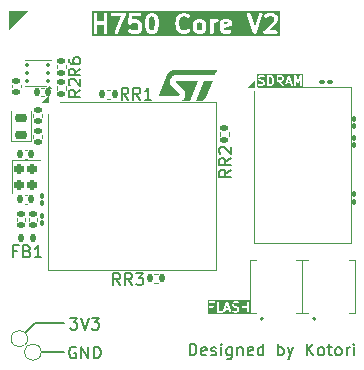
<source format=gbr>
%TF.GenerationSoftware,KiCad,Pcbnew,9.0.6-r1*%
%TF.CreationDate,2025-12-20T23:12:14+08:00*%
%TF.ProjectId,H750XB_V2,48373530-5842-45f5-9632-2e6b69636164,rev?*%
%TF.SameCoordinates,Original*%
%TF.FileFunction,Legend,Top*%
%TF.FilePolarity,Positive*%
%FSLAX46Y46*%
G04 Gerber Fmt 4.6, Leading zero omitted, Abs format (unit mm)*
G04 Created by KiCad (PCBNEW 9.0.6-r1) date 2025-12-20 23:12:14*
%MOMM*%
%LPD*%
G01*
G04 APERTURE LIST*
G04 Aperture macros list*
%AMRoundRect*
0 Rectangle with rounded corners*
0 $1 Rounding radius*
0 $2 $3 $4 $5 $6 $7 $8 $9 X,Y pos of 4 corners*
0 Add a 4 corners polygon primitive as box body*
4,1,4,$2,$3,$4,$5,$6,$7,$8,$9,$2,$3,0*
0 Add four circle primitives for the rounded corners*
1,1,$1+$1,$2,$3*
1,1,$1+$1,$4,$5*
1,1,$1+$1,$6,$7*
1,1,$1+$1,$8,$9*
0 Add four rect primitives between the rounded corners*
20,1,$1+$1,$2,$3,$4,$5,0*
20,1,$1+$1,$4,$5,$6,$7,0*
20,1,$1+$1,$6,$7,$8,$9,0*
20,1,$1+$1,$8,$9,$2,$3,0*%
G04 Aperture macros list end*
%ADD10C,0.150000*%
%ADD11C,0.100000*%
%ADD12C,0.200000*%
%ADD13C,0.300000*%
%ADD14C,0.000000*%
%ADD15C,0.120000*%
%ADD16RoundRect,0.150000X0.400000X-0.150000X0.400000X0.150000X-0.400000X0.150000X-0.400000X-0.150000X0*%
%ADD17RoundRect,0.200000X-0.200000X0.250000X-0.200000X-0.250000X0.200000X-0.250000X0.200000X0.250000X0*%
%ADD18R,2.800000X2.300000*%
%ADD19R,0.400000X0.800000*%
%ADD20RoundRect,0.140000X-0.170000X0.140000X-0.170000X-0.140000X0.170000X-0.140000X0.170000X0.140000X0*%
%ADD21RoundRect,0.140000X0.140000X0.170000X-0.140000X0.170000X-0.140000X-0.170000X0.140000X-0.170000X0*%
%ADD22RoundRect,0.135000X-0.185000X0.135000X-0.185000X-0.135000X0.185000X-0.135000X0.185000X0.135000X0*%
%ADD23RoundRect,0.093750X0.093750X0.106250X-0.093750X0.106250X-0.093750X-0.106250X0.093750X-0.106250X0*%
%ADD24R,1.000000X1.600000*%
%ADD25C,0.390000*%
%ADD26RoundRect,0.135000X-0.135000X-0.185000X0.135000X-0.185000X0.135000X0.185000X-0.135000X0.185000X0*%
%ADD27RoundRect,0.135000X0.185000X-0.135000X0.185000X0.135000X-0.185000X0.135000X-0.185000X-0.135000X0*%
%ADD28RoundRect,0.135000X0.135000X0.185000X-0.135000X0.185000X-0.135000X-0.185000X0.135000X-0.185000X0*%
%ADD29RoundRect,0.147500X0.147500X0.172500X-0.147500X0.172500X-0.147500X-0.172500X0.147500X-0.172500X0*%
%ADD30RoundRect,0.100000X0.100000X-0.130000X0.100000X0.130000X-0.100000X0.130000X-0.100000X-0.130000X0*%
%ADD31RoundRect,0.140000X0.170000X-0.140000X0.170000X0.140000X-0.170000X0.140000X-0.170000X-0.140000X0*%
%ADD32RoundRect,0.100000X-0.100000X0.130000X-0.100000X-0.130000X0.100000X-0.130000X0.100000X0.130000X0*%
%ADD33RoundRect,0.140000X-0.140000X-0.170000X0.140000X-0.170000X0.140000X0.170000X-0.140000X0.170000X0*%
%ADD34RoundRect,0.100000X-0.130000X-0.100000X0.130000X-0.100000X0.130000X0.100000X-0.130000X0.100000X0*%
%ADD35C,0.550000*%
%ADD36C,1.000000*%
G04 APERTURE END LIST*
D10*
X2898800Y950000D02*
X4748800Y950000D01*
D11*
X148800Y28332645D02*
X148800Y29832645D01*
X1648800Y29832645D01*
X148800Y28332645D01*
G36*
X148800Y28332645D02*
G01*
X148800Y29832645D01*
X1648800Y29832645D01*
X148800Y28332645D01*
G37*
D10*
X1548800Y2650000D02*
X2298800Y3400000D01*
X2298800Y3400000D02*
X4748800Y3400000D01*
D12*
X15424363Y682781D02*
X15424363Y1682781D01*
X15424363Y1682781D02*
X15662458Y1682781D01*
X15662458Y1682781D02*
X15805315Y1635162D01*
X15805315Y1635162D02*
X15900553Y1539924D01*
X15900553Y1539924D02*
X15948172Y1444686D01*
X15948172Y1444686D02*
X15995791Y1254210D01*
X15995791Y1254210D02*
X15995791Y1111353D01*
X15995791Y1111353D02*
X15948172Y920877D01*
X15948172Y920877D02*
X15900553Y825639D01*
X15900553Y825639D02*
X15805315Y730400D01*
X15805315Y730400D02*
X15662458Y682781D01*
X15662458Y682781D02*
X15424363Y682781D01*
X16805315Y730400D02*
X16710077Y682781D01*
X16710077Y682781D02*
X16519601Y682781D01*
X16519601Y682781D02*
X16424363Y730400D01*
X16424363Y730400D02*
X16376744Y825639D01*
X16376744Y825639D02*
X16376744Y1206591D01*
X16376744Y1206591D02*
X16424363Y1301829D01*
X16424363Y1301829D02*
X16519601Y1349448D01*
X16519601Y1349448D02*
X16710077Y1349448D01*
X16710077Y1349448D02*
X16805315Y1301829D01*
X16805315Y1301829D02*
X16852934Y1206591D01*
X16852934Y1206591D02*
X16852934Y1111353D01*
X16852934Y1111353D02*
X16376744Y1016115D01*
X17233887Y730400D02*
X17329125Y682781D01*
X17329125Y682781D02*
X17519601Y682781D01*
X17519601Y682781D02*
X17614839Y730400D01*
X17614839Y730400D02*
X17662458Y825639D01*
X17662458Y825639D02*
X17662458Y873258D01*
X17662458Y873258D02*
X17614839Y968496D01*
X17614839Y968496D02*
X17519601Y1016115D01*
X17519601Y1016115D02*
X17376744Y1016115D01*
X17376744Y1016115D02*
X17281506Y1063734D01*
X17281506Y1063734D02*
X17233887Y1158972D01*
X17233887Y1158972D02*
X17233887Y1206591D01*
X17233887Y1206591D02*
X17281506Y1301829D01*
X17281506Y1301829D02*
X17376744Y1349448D01*
X17376744Y1349448D02*
X17519601Y1349448D01*
X17519601Y1349448D02*
X17614839Y1301829D01*
X18091030Y682781D02*
X18091030Y1349448D01*
X18091030Y1682781D02*
X18043411Y1635162D01*
X18043411Y1635162D02*
X18091030Y1587543D01*
X18091030Y1587543D02*
X18138649Y1635162D01*
X18138649Y1635162D02*
X18091030Y1682781D01*
X18091030Y1682781D02*
X18091030Y1587543D01*
X18995791Y1349448D02*
X18995791Y539924D01*
X18995791Y539924D02*
X18948172Y444686D01*
X18948172Y444686D02*
X18900553Y397067D01*
X18900553Y397067D02*
X18805315Y349448D01*
X18805315Y349448D02*
X18662458Y349448D01*
X18662458Y349448D02*
X18567220Y397067D01*
X18995791Y730400D02*
X18900553Y682781D01*
X18900553Y682781D02*
X18710077Y682781D01*
X18710077Y682781D02*
X18614839Y730400D01*
X18614839Y730400D02*
X18567220Y778020D01*
X18567220Y778020D02*
X18519601Y873258D01*
X18519601Y873258D02*
X18519601Y1158972D01*
X18519601Y1158972D02*
X18567220Y1254210D01*
X18567220Y1254210D02*
X18614839Y1301829D01*
X18614839Y1301829D02*
X18710077Y1349448D01*
X18710077Y1349448D02*
X18900553Y1349448D01*
X18900553Y1349448D02*
X18995791Y1301829D01*
X19471982Y1349448D02*
X19471982Y682781D01*
X19471982Y1254210D02*
X19519601Y1301829D01*
X19519601Y1301829D02*
X19614839Y1349448D01*
X19614839Y1349448D02*
X19757696Y1349448D01*
X19757696Y1349448D02*
X19852934Y1301829D01*
X19852934Y1301829D02*
X19900553Y1206591D01*
X19900553Y1206591D02*
X19900553Y682781D01*
X20757696Y730400D02*
X20662458Y682781D01*
X20662458Y682781D02*
X20471982Y682781D01*
X20471982Y682781D02*
X20376744Y730400D01*
X20376744Y730400D02*
X20329125Y825639D01*
X20329125Y825639D02*
X20329125Y1206591D01*
X20329125Y1206591D02*
X20376744Y1301829D01*
X20376744Y1301829D02*
X20471982Y1349448D01*
X20471982Y1349448D02*
X20662458Y1349448D01*
X20662458Y1349448D02*
X20757696Y1301829D01*
X20757696Y1301829D02*
X20805315Y1206591D01*
X20805315Y1206591D02*
X20805315Y1111353D01*
X20805315Y1111353D02*
X20329125Y1016115D01*
X21662458Y682781D02*
X21662458Y1682781D01*
X21662458Y730400D02*
X21567220Y682781D01*
X21567220Y682781D02*
X21376744Y682781D01*
X21376744Y682781D02*
X21281506Y730400D01*
X21281506Y730400D02*
X21233887Y778020D01*
X21233887Y778020D02*
X21186268Y873258D01*
X21186268Y873258D02*
X21186268Y1158972D01*
X21186268Y1158972D02*
X21233887Y1254210D01*
X21233887Y1254210D02*
X21281506Y1301829D01*
X21281506Y1301829D02*
X21376744Y1349448D01*
X21376744Y1349448D02*
X21567220Y1349448D01*
X21567220Y1349448D02*
X21662458Y1301829D01*
X22900554Y682781D02*
X22900554Y1682781D01*
X22900554Y1301829D02*
X22995792Y1349448D01*
X22995792Y1349448D02*
X23186268Y1349448D01*
X23186268Y1349448D02*
X23281506Y1301829D01*
X23281506Y1301829D02*
X23329125Y1254210D01*
X23329125Y1254210D02*
X23376744Y1158972D01*
X23376744Y1158972D02*
X23376744Y873258D01*
X23376744Y873258D02*
X23329125Y778020D01*
X23329125Y778020D02*
X23281506Y730400D01*
X23281506Y730400D02*
X23186268Y682781D01*
X23186268Y682781D02*
X22995792Y682781D01*
X22995792Y682781D02*
X22900554Y730400D01*
X23710078Y1349448D02*
X23948173Y682781D01*
X24186268Y1349448D02*
X23948173Y682781D01*
X23948173Y682781D02*
X23852935Y444686D01*
X23852935Y444686D02*
X23805316Y397067D01*
X23805316Y397067D02*
X23710078Y349448D01*
X25329126Y682781D02*
X25329126Y1682781D01*
X25900554Y682781D02*
X25471983Y1254210D01*
X25900554Y1682781D02*
X25329126Y1111353D01*
X26471983Y682781D02*
X26376745Y730400D01*
X26376745Y730400D02*
X26329126Y778020D01*
X26329126Y778020D02*
X26281507Y873258D01*
X26281507Y873258D02*
X26281507Y1158972D01*
X26281507Y1158972D02*
X26329126Y1254210D01*
X26329126Y1254210D02*
X26376745Y1301829D01*
X26376745Y1301829D02*
X26471983Y1349448D01*
X26471983Y1349448D02*
X26614840Y1349448D01*
X26614840Y1349448D02*
X26710078Y1301829D01*
X26710078Y1301829D02*
X26757697Y1254210D01*
X26757697Y1254210D02*
X26805316Y1158972D01*
X26805316Y1158972D02*
X26805316Y873258D01*
X26805316Y873258D02*
X26757697Y778020D01*
X26757697Y778020D02*
X26710078Y730400D01*
X26710078Y730400D02*
X26614840Y682781D01*
X26614840Y682781D02*
X26471983Y682781D01*
X27091031Y1349448D02*
X27471983Y1349448D01*
X27233888Y1682781D02*
X27233888Y825639D01*
X27233888Y825639D02*
X27281507Y730400D01*
X27281507Y730400D02*
X27376745Y682781D01*
X27376745Y682781D02*
X27471983Y682781D01*
X27948174Y682781D02*
X27852936Y730400D01*
X27852936Y730400D02*
X27805317Y778020D01*
X27805317Y778020D02*
X27757698Y873258D01*
X27757698Y873258D02*
X27757698Y1158972D01*
X27757698Y1158972D02*
X27805317Y1254210D01*
X27805317Y1254210D02*
X27852936Y1301829D01*
X27852936Y1301829D02*
X27948174Y1349448D01*
X27948174Y1349448D02*
X28091031Y1349448D01*
X28091031Y1349448D02*
X28186269Y1301829D01*
X28186269Y1301829D02*
X28233888Y1254210D01*
X28233888Y1254210D02*
X28281507Y1158972D01*
X28281507Y1158972D02*
X28281507Y873258D01*
X28281507Y873258D02*
X28233888Y778020D01*
X28233888Y778020D02*
X28186269Y730400D01*
X28186269Y730400D02*
X28091031Y682781D01*
X28091031Y682781D02*
X27948174Y682781D01*
X28710079Y682781D02*
X28710079Y1349448D01*
X28710079Y1158972D02*
X28757698Y1254210D01*
X28757698Y1254210D02*
X28805317Y1301829D01*
X28805317Y1301829D02*
X28900555Y1349448D01*
X28900555Y1349448D02*
X28995793Y1349448D01*
X29329127Y682781D02*
X29329127Y1349448D01*
X29329127Y1682781D02*
X29281508Y1635162D01*
X29281508Y1635162D02*
X29329127Y1587543D01*
X29329127Y1587543D02*
X29376746Y1635162D01*
X29376746Y1635162D02*
X29329127Y1682781D01*
X29329127Y1682781D02*
X29329127Y1587543D01*
D13*
G36*
X12351373Y29354465D02*
G01*
X12388377Y29317461D01*
X12441555Y29211103D01*
X12504512Y28959279D01*
X12504512Y28639065D01*
X12441555Y28387241D01*
X12388376Y28280883D01*
X12351371Y28243878D01*
X12261959Y28199172D01*
X12189922Y28199172D01*
X12100508Y28243879D01*
X12063504Y28280883D01*
X12010323Y28387243D01*
X11947369Y28639064D01*
X11947369Y28959280D01*
X12010323Y29211102D01*
X12063504Y29317462D01*
X12100508Y29354465D01*
X12189922Y29399172D01*
X12261959Y29399172D01*
X12351373Y29354465D01*
G37*
G36*
X16422801Y28854465D02*
G01*
X16459805Y28817461D01*
X16504511Y28728049D01*
X16504511Y28370296D01*
X16459804Y28280883D01*
X16422799Y28243878D01*
X16333387Y28199172D01*
X16189921Y28199172D01*
X16100507Y28243879D01*
X16063502Y28280884D01*
X16018797Y28370296D01*
X16018797Y28728049D01*
X16063502Y28817460D01*
X16100507Y28854465D01*
X16189921Y28899172D01*
X16333387Y28899172D01*
X16422801Y28854465D01*
G37*
G36*
X18685565Y28865940D02*
G01*
X18711740Y28813589D01*
X18304511Y28732143D01*
X18304511Y28799477D01*
X18337742Y28865940D01*
X18404207Y28899172D01*
X18619101Y28899172D01*
X18685565Y28865940D01*
G37*
G36*
X23042606Y27732505D02*
G01*
X7123559Y27732505D01*
X7123559Y29549172D01*
X7290226Y29549172D01*
X7290226Y28049172D01*
X7290948Y28034469D01*
X7296685Y28005629D01*
X7307938Y27978462D01*
X7324274Y27954013D01*
X7345067Y27933220D01*
X7369516Y27916884D01*
X7396683Y27905631D01*
X7425523Y27899894D01*
X7454929Y27899894D01*
X7483769Y27905631D01*
X7510936Y27916884D01*
X7535385Y27933220D01*
X7556178Y27954013D01*
X7572514Y27978462D01*
X7583767Y28005629D01*
X7589504Y28034469D01*
X7590226Y28049172D01*
X7590226Y28684886D01*
X8147369Y28684886D01*
X8147369Y28049172D01*
X8148091Y28034469D01*
X8153828Y28005629D01*
X8165081Y27978462D01*
X8181417Y27954013D01*
X8202210Y27933220D01*
X8226659Y27916884D01*
X8253826Y27905631D01*
X8282666Y27899894D01*
X8312072Y27899894D01*
X8340912Y27905631D01*
X8368079Y27916884D01*
X8392528Y27933220D01*
X8413321Y27954013D01*
X8429657Y27978462D01*
X8440910Y28005629D01*
X8446647Y28034469D01*
X8447369Y28049172D01*
X8447369Y29549172D01*
X8446647Y29563875D01*
X8719520Y29563875D01*
X8719520Y29534469D01*
X8725257Y29505629D01*
X8736510Y29478462D01*
X8752846Y29454013D01*
X8773639Y29433220D01*
X8798088Y29416884D01*
X8825255Y29405631D01*
X8854095Y29399894D01*
X8868798Y29399172D01*
X9641317Y29399172D01*
X9088069Y28108260D01*
X9082941Y28094461D01*
X9076854Y28065693D01*
X9076495Y28036290D01*
X9081879Y28007383D01*
X9092800Y27980080D01*
X9108837Y27955434D01*
X9129375Y27934389D01*
X9153623Y27917756D01*
X9180652Y27906172D01*
X9209420Y27900085D01*
X9238823Y27899726D01*
X9267730Y27905110D01*
X9295033Y27916031D01*
X9319679Y27932068D01*
X9340724Y27952606D01*
X9357357Y27976854D01*
X9363813Y27990084D01*
X9725967Y28835110D01*
X10218798Y28835110D01*
X10219520Y28827667D01*
X10219520Y28820182D01*
X10220936Y28813060D01*
X10221637Y28805842D01*
X10223796Y28798685D01*
X10225257Y28791343D01*
X10228035Y28784635D01*
X10230131Y28777690D01*
X10233646Y28771090D01*
X10236510Y28764176D01*
X10240541Y28758142D01*
X10243953Y28751737D01*
X10248690Y28745948D01*
X10252847Y28739726D01*
X10257979Y28734594D01*
X10262574Y28728978D01*
X10268348Y28724225D01*
X10273640Y28718933D01*
X10279674Y28714902D01*
X10285276Y28710290D01*
X10291870Y28706753D01*
X10298090Y28702597D01*
X10304792Y28699821D01*
X10311188Y28696390D01*
X10318343Y28694208D01*
X10325257Y28691344D01*
X10332375Y28689929D01*
X10339314Y28687812D01*
X10346757Y28687068D01*
X10354096Y28685608D01*
X10361354Y28685608D01*
X10368574Y28684886D01*
X10376017Y28685608D01*
X10383502Y28685608D01*
X10390624Y28687025D01*
X10397842Y28687725D01*
X10404999Y28689885D01*
X10412341Y28691345D01*
X10419049Y28694124D01*
X10425994Y28696219D01*
X10432594Y28699735D01*
X10439508Y28702598D01*
X10445542Y28706630D01*
X10451947Y28710041D01*
X10457736Y28714779D01*
X10463958Y28718935D01*
X10474537Y28728524D01*
X10474706Y28728662D01*
X10474754Y28728721D01*
X10474865Y28728821D01*
X10529081Y28783038D01*
X10618493Y28827743D01*
X10904817Y28827743D01*
X10994230Y28783037D01*
X11031233Y28746033D01*
X11075941Y28656619D01*
X11075941Y28370297D01*
X11031233Y28280883D01*
X10994230Y28243879D01*
X10904817Y28199172D01*
X10618493Y28199172D01*
X10529081Y28243878D01*
X10474865Y28298094D01*
X10463958Y28307980D01*
X10439508Y28324317D01*
X10412341Y28335570D01*
X10383502Y28341307D01*
X10354096Y28341307D01*
X10325257Y28335571D01*
X10298090Y28324318D01*
X10273640Y28307982D01*
X10252847Y28287189D01*
X10236510Y28262739D01*
X10225257Y28235572D01*
X10219520Y28206733D01*
X10219520Y28177327D01*
X10225256Y28148488D01*
X10236509Y28121321D01*
X10252845Y28096871D01*
X10262731Y28085964D01*
X10334159Y28014535D01*
X10336292Y28012602D01*
X10337087Y28011685D01*
X10338591Y28010518D01*
X10345066Y28004649D01*
X10352887Y27999424D01*
X10360317Y27993657D01*
X10367931Y27989371D01*
X10369516Y27988312D01*
X10370637Y27987848D01*
X10373145Y27986436D01*
X10516003Y27915007D01*
X10529477Y27909078D01*
X10534617Y27907671D01*
X10539541Y27905631D01*
X10548769Y27903796D01*
X10557838Y27901312D01*
X10563151Y27900935D01*
X10568381Y27899894D01*
X10583084Y27899172D01*
X10940226Y27899172D01*
X10954929Y27899894D01*
X10960159Y27900935D01*
X10965473Y27901312D01*
X10974544Y27903797D01*
X10983769Y27905631D01*
X10988690Y27907670D01*
X10993834Y27909078D01*
X11007307Y27915008D01*
X11150166Y27986436D01*
X11152676Y27987849D01*
X11153794Y27988312D01*
X11155373Y27989368D01*
X11162994Y27993657D01*
X11170424Y27999425D01*
X11178244Y28004649D01*
X11184725Y28010524D01*
X11186223Y28011686D01*
X11187014Y28012599D01*
X11189151Y28014535D01*
X11260579Y28085964D01*
X11262510Y28088096D01*
X11263426Y28088889D01*
X11264592Y28090392D01*
X11270465Y28096871D01*
X11275688Y28104689D01*
X11281455Y28112119D01*
X11285746Y28119743D01*
X11286801Y28121321D01*
X11287263Y28122438D01*
X11288676Y28124947D01*
X11360105Y28267803D01*
X11366034Y28281277D01*
X11367441Y28286418D01*
X11369482Y28291343D01*
X11371317Y28300569D01*
X11373801Y28309638D01*
X11374178Y28314954D01*
X11375219Y28320183D01*
X11375941Y28334886D01*
X11375941Y28692029D01*
X11375219Y28706732D01*
X11374178Y28711962D01*
X11373801Y28717277D01*
X11371317Y28726347D01*
X11369482Y28735572D01*
X11367441Y28740498D01*
X11366034Y28745638D01*
X11360105Y28759112D01*
X11288676Y28901968D01*
X11287263Y28904478D01*
X11286801Y28905594D01*
X11285746Y28907173D01*
X11281455Y28914796D01*
X11275688Y28922227D01*
X11270465Y28930044D01*
X11264592Y28936524D01*
X11263426Y28938026D01*
X11262510Y28938820D01*
X11260579Y28940951D01*
X11223788Y28977743D01*
X11647369Y28977743D01*
X11647369Y28620600D01*
X11648091Y28605897D01*
X11648804Y28602312D01*
X11648982Y28598659D01*
X11651848Y28584220D01*
X11723276Y28298506D01*
X11727542Y28284417D01*
X11728258Y28282901D01*
X11728703Y28281277D01*
X11734633Y28267804D01*
X11806062Y28124947D01*
X11807476Y28122435D01*
X11807938Y28121320D01*
X11808989Y28119746D01*
X11813283Y28112119D01*
X11819051Y28104686D01*
X11824274Y28096870D01*
X11830144Y28090393D01*
X11831312Y28088889D01*
X11832227Y28088095D01*
X11834160Y28085963D01*
X11905589Y28014534D01*
X11907725Y28012598D01*
X11908516Y28011686D01*
X11910013Y28010525D01*
X11916496Y28004648D01*
X11924314Y27999425D01*
X11931745Y27993657D01*
X11939371Y27989364D01*
X11940946Y27988312D01*
X11942060Y27987851D01*
X11944573Y27986436D01*
X12087431Y27915008D01*
X12100904Y27909078D01*
X12106047Y27907670D01*
X12110969Y27905631D01*
X12120193Y27903797D01*
X12129265Y27901312D01*
X12134579Y27900935D01*
X12139809Y27899894D01*
X12154512Y27899172D01*
X12297369Y27899172D01*
X12312072Y27899894D01*
X12317302Y27900935D01*
X12322616Y27901312D01*
X12331687Y27903797D01*
X12340912Y27905631D01*
X12345833Y27907670D01*
X12350977Y27909078D01*
X12364451Y27915008D01*
X12507308Y27986436D01*
X12509820Y27987851D01*
X12510935Y27988312D01*
X12512509Y27989364D01*
X12520136Y27993657D01*
X12527566Y27999425D01*
X12535385Y28004648D01*
X12541867Y28010525D01*
X12543365Y28011686D01*
X12544155Y28012598D01*
X12546292Y28014534D01*
X12617721Y28085963D01*
X12619657Y28088100D01*
X12620569Y28088890D01*
X12621730Y28090388D01*
X12627607Y28096870D01*
X12632830Y28104689D01*
X12638598Y28112119D01*
X12642891Y28119746D01*
X12643943Y28121320D01*
X12644404Y28122435D01*
X12645819Y28124947D01*
X12717247Y28267805D01*
X12723177Y28281278D01*
X12723620Y28282900D01*
X12724338Y28284417D01*
X12728604Y28298505D01*
X12800033Y28584219D01*
X12802899Y28598658D01*
X12803076Y28602312D01*
X12803790Y28605897D01*
X12804512Y28620600D01*
X12804512Y28906315D01*
X14218797Y28906315D01*
X14218797Y28692029D01*
X14219519Y28677326D01*
X14220232Y28673741D01*
X14220410Y28670088D01*
X14223276Y28655649D01*
X14294704Y28369935D01*
X14298970Y28355846D01*
X14299686Y28354330D01*
X14300131Y28352706D01*
X14306061Y28339233D01*
X14377490Y28196376D01*
X14378900Y28193870D01*
X14379365Y28192749D01*
X14380422Y28191167D01*
X14384711Y28183548D01*
X14390480Y28176115D01*
X14395702Y28168300D01*
X14401570Y28161825D01*
X14402740Y28160318D01*
X14403656Y28159524D01*
X14405588Y28157392D01*
X14548445Y28014534D01*
X14559352Y28004648D01*
X14563784Y28001687D01*
X14567811Y27998194D01*
X14575983Y27993536D01*
X14583801Y27988312D01*
X14588724Y27986273D01*
X14593357Y27983632D01*
X14607077Y27978297D01*
X14821363Y27906869D01*
X14824139Y27906093D01*
X14825254Y27905631D01*
X14827113Y27905262D01*
X14835540Y27902905D01*
X14844867Y27901730D01*
X14854094Y27899894D01*
X14862835Y27899465D01*
X14864714Y27899228D01*
X14865916Y27899314D01*
X14868797Y27899172D01*
X15011654Y27899172D01*
X15014534Y27899314D01*
X15015737Y27899228D01*
X15017615Y27899465D01*
X15026357Y27899894D01*
X15035583Y27901730D01*
X15044911Y27902905D01*
X15053337Y27905262D01*
X15055197Y27905631D01*
X15056311Y27906093D01*
X15059088Y27906869D01*
X15273374Y27978297D01*
X15287094Y27983632D01*
X15291726Y27986273D01*
X15296650Y27988312D01*
X15304466Y27993536D01*
X15312640Y27998194D01*
X15316667Y28001688D01*
X15321100Y28004649D01*
X15332007Y28014535D01*
X15403435Y28085964D01*
X15413321Y28096871D01*
X15429657Y28121321D01*
X15440909Y28148488D01*
X15446646Y28177327D01*
X15446646Y28206733D01*
X15440909Y28235572D01*
X15429656Y28262739D01*
X15413319Y28287189D01*
X15392526Y28307982D01*
X15368076Y28324318D01*
X15340909Y28335570D01*
X15312070Y28341307D01*
X15282664Y28341307D01*
X15253825Y28335570D01*
X15226658Y28324317D01*
X15202208Y28307980D01*
X15191301Y28298094D01*
X15144913Y28251706D01*
X14987311Y28199172D01*
X14893140Y28199172D01*
X14735537Y28251706D01*
X14634932Y28352312D01*
X14581751Y28458672D01*
X14518797Y28710493D01*
X14518797Y28763458D01*
X15718797Y28763458D01*
X15718797Y28334886D01*
X15719519Y28320183D01*
X15720559Y28314953D01*
X15720937Y28309639D01*
X15723421Y28300568D01*
X15725256Y28291343D01*
X15727294Y28286422D01*
X15728703Y28281278D01*
X15734633Y28267804D01*
X15806061Y28124947D01*
X15807475Y28122435D01*
X15807937Y28121320D01*
X15808988Y28119746D01*
X15813282Y28112119D01*
X15819049Y28104689D01*
X15824273Y28096870D01*
X15830149Y28090388D01*
X15831311Y28088890D01*
X15832222Y28088100D01*
X15834159Y28085963D01*
X15905588Y28014534D01*
X15907724Y28012598D01*
X15908515Y28011686D01*
X15910012Y28010525D01*
X15916495Y28004648D01*
X15924313Y27999425D01*
X15931744Y27993657D01*
X15939370Y27989364D01*
X15940945Y27988312D01*
X15942059Y27987851D01*
X15944572Y27986436D01*
X16087430Y27915008D01*
X16100903Y27909078D01*
X16106046Y27907670D01*
X16110968Y27905631D01*
X16120192Y27903797D01*
X16129264Y27901312D01*
X16134578Y27900935D01*
X16139808Y27899894D01*
X16154511Y27899172D01*
X16368797Y27899172D01*
X16383500Y27899894D01*
X16388730Y27900935D01*
X16394044Y27901312D01*
X16403115Y27903797D01*
X16412340Y27905631D01*
X16417261Y27907670D01*
X16422405Y27909078D01*
X16435879Y27915008D01*
X16578736Y27986436D01*
X16581248Y27987851D01*
X16582363Y27988312D01*
X16583937Y27989364D01*
X16591564Y27993657D01*
X16598994Y27999425D01*
X16606813Y28004648D01*
X16613295Y28010525D01*
X16614793Y28011686D01*
X16615583Y28012598D01*
X16617720Y28014534D01*
X16689149Y28085963D01*
X16691085Y28088100D01*
X16691997Y28088890D01*
X16693158Y28090388D01*
X16699035Y28096870D01*
X16704258Y28104689D01*
X16710026Y28112119D01*
X16714319Y28119746D01*
X16715371Y28121320D01*
X16715832Y28122435D01*
X16717247Y28124947D01*
X16788675Y28267805D01*
X16794605Y28281278D01*
X16796013Y28286422D01*
X16798052Y28291343D01*
X16799886Y28300568D01*
X16802371Y28309639D01*
X16802748Y28314954D01*
X16803789Y28320183D01*
X16804511Y28334886D01*
X16804511Y28763458D01*
X16803789Y28778161D01*
X16802748Y28783391D01*
X16802371Y28788705D01*
X16799886Y28797777D01*
X16798052Y28807001D01*
X16796013Y28811923D01*
X16794605Y28817066D01*
X16788675Y28830539D01*
X16717247Y28973397D01*
X16715834Y28975908D01*
X16715371Y28977025D01*
X16714315Y28978605D01*
X16710026Y28986225D01*
X16704258Y28993656D01*
X16699034Y29001475D01*
X16693159Y29007957D01*
X16691997Y29009454D01*
X16691084Y29010246D01*
X16689148Y29012382D01*
X16652357Y29049172D01*
X17147368Y29049172D01*
X17147368Y28049172D01*
X17148090Y28034469D01*
X17153827Y28005629D01*
X17165080Y27978462D01*
X17181416Y27954013D01*
X17202209Y27933220D01*
X17226658Y27916884D01*
X17253825Y27905631D01*
X17282665Y27899894D01*
X17312071Y27899894D01*
X17340911Y27905631D01*
X17368078Y27916884D01*
X17392527Y27933220D01*
X17413320Y27954013D01*
X17429656Y27978462D01*
X17440909Y28005629D01*
X17446646Y28034469D01*
X17447368Y28049172D01*
X17447368Y28728048D01*
X17492075Y28817462D01*
X17509499Y28834886D01*
X18004511Y28834886D01*
X18004511Y28263458D01*
X18005233Y28248755D01*
X18006273Y28243525D01*
X18006651Y28238211D01*
X18009135Y28229140D01*
X18010970Y28219915D01*
X18013008Y28214994D01*
X18014417Y28209850D01*
X18020347Y28196377D01*
X18091775Y28053518D01*
X18098996Y28040690D01*
X18101508Y28037453D01*
X18103534Y28033900D01*
X18110501Y28025866D01*
X18117025Y28017461D01*
X18120115Y28014781D01*
X18122800Y28011685D01*
X18131205Y28005163D01*
X18139239Y27998194D01*
X18142798Y27996166D01*
X18146030Y27993657D01*
X18158858Y27986436D01*
X18301716Y27915007D01*
X18315190Y27909078D01*
X18320330Y27907671D01*
X18325254Y27905631D01*
X18334482Y27903796D01*
X18343551Y27901312D01*
X18348864Y27900935D01*
X18354094Y27899894D01*
X18368797Y27899172D01*
X18654511Y27899172D01*
X18669214Y27899894D01*
X18674444Y27900935D01*
X18679758Y27901312D01*
X18688829Y27903797D01*
X18698054Y27905631D01*
X18702975Y27907670D01*
X18708119Y27909078D01*
X18721593Y27915008D01*
X18864450Y27986436D01*
X18877278Y27993657D01*
X18900507Y28011686D01*
X18919774Y28033900D01*
X18934336Y28059446D01*
X18943635Y28087342D01*
X18947313Y28116516D01*
X18945228Y28145847D01*
X18937462Y28174208D01*
X18924311Y28200510D01*
X18906282Y28223739D01*
X18884068Y28243006D01*
X18858523Y28257568D01*
X18830626Y28266867D01*
X18801453Y28270545D01*
X18772121Y28268460D01*
X18743760Y28260694D01*
X18730287Y28254764D01*
X18619101Y28199172D01*
X18404206Y28199172D01*
X18337743Y28232403D01*
X18304511Y28298867D01*
X18304511Y28426202D01*
X18898215Y28544942D01*
X18912206Y28548462D01*
X18912340Y28548488D01*
X18912383Y28548506D01*
X18912491Y28548533D01*
X18926347Y28554291D01*
X18939507Y28559741D01*
X18939572Y28559786D01*
X18939645Y28559815D01*
X18951769Y28567935D01*
X18963956Y28576077D01*
X18964011Y28576133D01*
X18964078Y28576177D01*
X18974463Y28586584D01*
X18984749Y28596870D01*
X18984793Y28596936D01*
X18984848Y28596991D01*
X18993066Y28609319D01*
X19001085Y28621319D01*
X19001113Y28621389D01*
X19001160Y28621458D01*
X19006988Y28635571D01*
X19012338Y28648486D01*
X19012352Y28648561D01*
X19012384Y28648636D01*
X19015248Y28663117D01*
X19018075Y28677326D01*
X19018080Y28677433D01*
X19018090Y28677482D01*
X19018089Y28677629D01*
X19018797Y28692029D01*
X19018797Y28834886D01*
X19018075Y28849589D01*
X19017034Y28854819D01*
X19016657Y28860134D01*
X19014173Y28869204D01*
X19012338Y28878429D01*
X19010297Y28883355D01*
X19008890Y28888495D01*
X19002961Y28901969D01*
X18931532Y29044825D01*
X18924311Y29057653D01*
X18921799Y29060890D01*
X18919774Y29064442D01*
X18912808Y29072474D01*
X18906282Y29080883D01*
X18903189Y29083565D01*
X18900508Y29086657D01*
X18892098Y29093184D01*
X18884067Y29100149D01*
X18880514Y29102175D01*
X18877278Y29104686D01*
X18864450Y29111907D01*
X18721593Y29183336D01*
X18708120Y29189266D01*
X18702973Y29190676D01*
X18698054Y29192713D01*
X18688833Y29194548D01*
X18679759Y29197032D01*
X18674443Y29197410D01*
X18669214Y29198450D01*
X18654511Y29199172D01*
X18368797Y29199172D01*
X18354094Y29198450D01*
X18348864Y29197410D01*
X18343549Y29197032D01*
X18334476Y29194548D01*
X18325254Y29192713D01*
X18320332Y29190675D01*
X18315189Y29189266D01*
X18301715Y29183336D01*
X18158857Y29111907D01*
X18146029Y29104686D01*
X18142794Y29102176D01*
X18139239Y29100149D01*
X18131206Y29093183D01*
X18122799Y29086657D01*
X18120114Y29083562D01*
X18117025Y29080882D01*
X18110507Y29072485D01*
X18103533Y29064443D01*
X18101505Y29060887D01*
X18098996Y29057653D01*
X18091775Y29044825D01*
X18020347Y28901968D01*
X18014417Y28888494D01*
X18013008Y28883351D01*
X18010970Y28878429D01*
X18009135Y28869205D01*
X18006651Y28860133D01*
X18006273Y28854820D01*
X18005233Y28849589D01*
X18004511Y28834886D01*
X17509499Y28834886D01*
X17529079Y28854465D01*
X17618493Y28899172D01*
X17725940Y28899172D01*
X17740643Y28899894D01*
X17769483Y28905631D01*
X17796650Y28916884D01*
X17821099Y28933220D01*
X17841892Y28954013D01*
X17858228Y28978462D01*
X17869481Y29005629D01*
X17875218Y29034469D01*
X17875218Y29063875D01*
X17869481Y29092715D01*
X17858228Y29119882D01*
X17841892Y29144331D01*
X17821099Y29165124D01*
X17796650Y29181460D01*
X17769483Y29192713D01*
X17740643Y29198450D01*
X17725940Y29199172D01*
X17583083Y29199172D01*
X17568380Y29198450D01*
X17563150Y29197410D01*
X17557835Y29197032D01*
X17548765Y29194549D01*
X17539540Y29192713D01*
X17534614Y29190673D01*
X17529474Y29189265D01*
X17516000Y29183336D01*
X17419498Y29135085D01*
X17413320Y29144331D01*
X17392527Y29165124D01*
X17368078Y29181460D01*
X17340911Y29192713D01*
X17312071Y29198450D01*
X17282665Y29198450D01*
X17253825Y29192713D01*
X17226658Y29181460D01*
X17202209Y29165124D01*
X17181416Y29144331D01*
X17165080Y29119882D01*
X17153827Y29092715D01*
X17148090Y29063875D01*
X17147368Y29049172D01*
X16652357Y29049172D01*
X16617719Y29083810D01*
X16615587Y29085742D01*
X16614794Y29086657D01*
X16613291Y29087824D01*
X16606812Y29093696D01*
X16598994Y29098920D01*
X16591564Y29104686D01*
X16583940Y29108978D01*
X16582362Y29110032D01*
X16581244Y29110495D01*
X16578736Y29111907D01*
X16435879Y29183336D01*
X16422406Y29189266D01*
X16417259Y29190676D01*
X16412340Y29192713D01*
X16403119Y29194548D01*
X16394045Y29197032D01*
X16388729Y29197410D01*
X16383500Y29198450D01*
X16368797Y29199172D01*
X16154511Y29199172D01*
X16139808Y29198450D01*
X16134578Y29197410D01*
X16129263Y29197032D01*
X16120193Y29194549D01*
X16110968Y29192713D01*
X16106042Y29190673D01*
X16100902Y29189265D01*
X16087428Y29183336D01*
X15944572Y29111907D01*
X15942062Y29110495D01*
X15940946Y29110032D01*
X15939367Y29108978D01*
X15931744Y29104686D01*
X15924313Y29098920D01*
X15916496Y29093696D01*
X15910016Y29087824D01*
X15908514Y29086657D01*
X15907720Y29085742D01*
X15905589Y29083810D01*
X15834160Y29012382D01*
X15832223Y29010246D01*
X15831311Y29009454D01*
X15830148Y29007957D01*
X15824274Y29001475D01*
X15819049Y28993656D01*
X15813282Y28986225D01*
X15808992Y28978605D01*
X15807937Y28977025D01*
X15807473Y28975908D01*
X15806061Y28973397D01*
X15734633Y28830540D01*
X15728703Y28817066D01*
X15727294Y28811923D01*
X15725256Y28807001D01*
X15723421Y28797777D01*
X15720937Y28788705D01*
X15720559Y28783392D01*
X15719519Y28778161D01*
X15718797Y28763458D01*
X14518797Y28763458D01*
X14518797Y28887852D01*
X14581751Y29139673D01*
X14634932Y29246033D01*
X14735538Y29346639D01*
X14893140Y29399172D01*
X14987314Y29399172D01*
X15144912Y29346639D01*
X15191302Y29300249D01*
X15202209Y29290363D01*
X15226658Y29274027D01*
X15253825Y29262774D01*
X15282665Y29257037D01*
X15312071Y29257037D01*
X15340910Y29262774D01*
X15368077Y29274027D01*
X15392527Y29290363D01*
X15413320Y29311156D01*
X15429656Y29335606D01*
X15440909Y29362773D01*
X15446646Y29391612D01*
X15446646Y29421018D01*
X15440909Y29449858D01*
X15429656Y29477025D01*
X15413320Y29501474D01*
X15403434Y29512381D01*
X15370726Y29545089D01*
X20290281Y29545089D01*
X20293958Y29515915D01*
X20297923Y29501738D01*
X20797923Y28001738D01*
X20799672Y27997239D01*
X20800131Y27995563D01*
X20800996Y27993833D01*
X20803257Y27988017D01*
X20808521Y27978782D01*
X20813282Y27969262D01*
X20815795Y27966024D01*
X20817820Y27962472D01*
X20824781Y27954445D01*
X20831310Y27946033D01*
X20834403Y27943351D01*
X20837086Y27940257D01*
X20845497Y27933729D01*
X20853525Y27926767D01*
X20857076Y27924743D01*
X20860315Y27922229D01*
X20869837Y27917468D01*
X20879071Y27912204D01*
X20882953Y27910910D01*
X20886617Y27909078D01*
X20896880Y27906268D01*
X20906968Y27902905D01*
X20911028Y27902394D01*
X20914977Y27901312D01*
X20925596Y27900558D01*
X20936142Y27899228D01*
X20940218Y27899518D01*
X20944308Y27899227D01*
X20954871Y27900559D01*
X20965473Y27901312D01*
X20969420Y27902393D01*
X20973482Y27902905D01*
X20983566Y27906267D01*
X20993834Y27909078D01*
X20997499Y27910911D01*
X21001379Y27912204D01*
X21010615Y27917469D01*
X21020135Y27922229D01*
X21023369Y27924740D01*
X21026925Y27926766D01*
X21034959Y27933735D01*
X21043364Y27940257D01*
X21046046Y27943350D01*
X21049140Y27946033D01*
X21055668Y27954445D01*
X21062630Y27962472D01*
X21064654Y27966024D01*
X21067168Y27969262D01*
X21071930Y27978787D01*
X21077193Y27988018D01*
X21079452Y27993831D01*
X21080319Y27995563D01*
X21080778Y27997240D01*
X21082527Y28001738D01*
X21103239Y28063875D01*
X21648089Y28063875D01*
X21648089Y28034469D01*
X21653826Y28005629D01*
X21665079Y27978462D01*
X21681415Y27954013D01*
X21702208Y27933220D01*
X21726657Y27916884D01*
X21753824Y27905631D01*
X21782664Y27899894D01*
X21797367Y27899172D01*
X22725939Y27899172D01*
X22740642Y27899894D01*
X22769482Y27905631D01*
X22796649Y27916884D01*
X22821098Y27933220D01*
X22841891Y27954013D01*
X22858227Y27978462D01*
X22869480Y28005629D01*
X22875217Y28034469D01*
X22875217Y28063875D01*
X22869480Y28092715D01*
X22858227Y28119882D01*
X22841891Y28144331D01*
X22821098Y28165124D01*
X22796649Y28181460D01*
X22769482Y28192713D01*
X22740642Y28198450D01*
X22725939Y28199172D01*
X22159499Y28199172D01*
X22760576Y28800249D01*
X22770462Y28811156D01*
X22773422Y28815588D01*
X22776915Y28819614D01*
X22781576Y28827791D01*
X22786798Y28835606D01*
X22788834Y28840524D01*
X22791478Y28845160D01*
X22796812Y28858880D01*
X22868241Y29073165D01*
X22869016Y29075939D01*
X22869480Y29077057D01*
X22869850Y29078921D01*
X22872206Y29087342D01*
X22873381Y29096673D01*
X22875217Y29105897D01*
X22875646Y29114638D01*
X22875883Y29116516D01*
X22875797Y29117719D01*
X22875939Y29120600D01*
X22875939Y29263458D01*
X22875217Y29278161D01*
X22874176Y29283391D01*
X22873799Y29288706D01*
X22871315Y29297776D01*
X22869480Y29307001D01*
X22867439Y29311927D01*
X22866032Y29317067D01*
X22860103Y29330541D01*
X22788674Y29473397D01*
X22787261Y29475908D01*
X22786798Y29477025D01*
X22785742Y29478605D01*
X22781453Y29486225D01*
X22775685Y29493657D01*
X22770462Y29501474D01*
X22764591Y29507952D01*
X22763424Y29509455D01*
X22762508Y29510250D01*
X22760576Y29512381D01*
X22689148Y29583809D01*
X22687011Y29585746D01*
X22686221Y29586657D01*
X22684723Y29587819D01*
X22678241Y29593695D01*
X22670422Y29598919D01*
X22662992Y29604686D01*
X22655365Y29608980D01*
X22653791Y29610031D01*
X22652676Y29610493D01*
X22650164Y29611907D01*
X22507306Y29683336D01*
X22493832Y29689266D01*
X22488688Y29690675D01*
X22483767Y29692713D01*
X22474542Y29694548D01*
X22465471Y29697032D01*
X22460157Y29697410D01*
X22454927Y29698450D01*
X22440224Y29699172D01*
X22083082Y29699172D01*
X22068379Y29698450D01*
X22063149Y29697410D01*
X22057834Y29697032D01*
X22048761Y29694548D01*
X22039539Y29692713D01*
X22034617Y29690675D01*
X22029474Y29689266D01*
X22016000Y29683336D01*
X21873142Y29611907D01*
X21870631Y29610495D01*
X21869514Y29610031D01*
X21867934Y29608976D01*
X21860314Y29604686D01*
X21852882Y29598919D01*
X21845065Y29593695D01*
X21838587Y29587825D01*
X21837084Y29586657D01*
X21836289Y29585742D01*
X21834158Y29583809D01*
X21762730Y29512381D01*
X21752844Y29501474D01*
X21736508Y29477024D01*
X21725255Y29449857D01*
X21719518Y29421018D01*
X21719518Y29391612D01*
X21725255Y29362773D01*
X21736508Y29335606D01*
X21752844Y29311156D01*
X21773637Y29290363D01*
X21798087Y29274027D01*
X21825254Y29262774D01*
X21854093Y29257037D01*
X21883499Y29257037D01*
X21912338Y29262774D01*
X21939505Y29274027D01*
X21963955Y29290363D01*
X21974862Y29300249D01*
X22029078Y29354465D01*
X22118492Y29399172D01*
X22404814Y29399172D01*
X22494228Y29354465D01*
X22531232Y29317461D01*
X22575939Y29228048D01*
X22575939Y29144941D01*
X22523405Y28987343D01*
X21691301Y28155238D01*
X21681415Y28144331D01*
X21665079Y28119882D01*
X21653826Y28092715D01*
X21648089Y28063875D01*
X21103239Y28063875D01*
X21582528Y29501738D01*
X21586492Y29515915D01*
X21590170Y29545089D01*
X21588085Y29574420D01*
X21580319Y29602781D01*
X21567168Y29629082D01*
X21549140Y29652311D01*
X21526925Y29671578D01*
X21501379Y29686140D01*
X21473482Y29695439D01*
X21444308Y29699117D01*
X21414977Y29697032D01*
X21386617Y29689266D01*
X21360315Y29676115D01*
X21337086Y29658087D01*
X21317820Y29635872D01*
X21303257Y29610327D01*
X21297923Y29596606D01*
X20940225Y28523514D01*
X20582527Y29596606D01*
X20577193Y29610326D01*
X20562630Y29635872D01*
X20543364Y29658087D01*
X20520135Y29676115D01*
X20493834Y29689266D01*
X20465473Y29697032D01*
X20436142Y29699116D01*
X20406968Y29695439D01*
X20379071Y29686140D01*
X20353525Y29671577D01*
X20331310Y29652311D01*
X20313282Y29629082D01*
X20300131Y29602781D01*
X20292365Y29574420D01*
X20290281Y29545089D01*
X15370726Y29545089D01*
X15332006Y29583809D01*
X15321099Y29593695D01*
X15316663Y29596659D01*
X15312640Y29600148D01*
X15304470Y29604806D01*
X15296649Y29610031D01*
X15291727Y29612070D01*
X15287094Y29614711D01*
X15273374Y29620046D01*
X15059088Y29691474D01*
X15056317Y29692249D01*
X15055197Y29692713D01*
X15053331Y29693085D01*
X15044912Y29695439D01*
X15035582Y29696615D01*
X15026357Y29698450D01*
X15017615Y29698880D01*
X15015737Y29699116D01*
X15014534Y29699031D01*
X15011654Y29699172D01*
X14868797Y29699172D01*
X14865916Y29699031D01*
X14864713Y29699116D01*
X14862834Y29698880D01*
X14854094Y29698450D01*
X14844869Y29696615D01*
X14835539Y29695439D01*
X14827117Y29693084D01*
X14825254Y29692713D01*
X14824135Y29692250D01*
X14821362Y29691474D01*
X14607077Y29620045D01*
X14593356Y29614711D01*
X14588720Y29612069D01*
X14583802Y29610031D01*
X14575982Y29604807D01*
X14567811Y29600148D01*
X14563787Y29596659D01*
X14559352Y29593695D01*
X14548445Y29583809D01*
X14405588Y29440952D01*
X14403655Y29438821D01*
X14402740Y29438026D01*
X14401572Y29436523D01*
X14395702Y29430045D01*
X14390479Y29422230D01*
X14384711Y29414796D01*
X14380417Y29407170D01*
X14379366Y29405595D01*
X14378904Y29404481D01*
X14377490Y29401968D01*
X14306061Y29259111D01*
X14300131Y29245638D01*
X14299686Y29244015D01*
X14298970Y29242498D01*
X14294704Y29228409D01*
X14223276Y28942695D01*
X14220410Y28928256D01*
X14220232Y28924604D01*
X14219519Y28921018D01*
X14218797Y28906315D01*
X12804512Y28906315D01*
X12804512Y28977743D01*
X12803790Y28992446D01*
X12803076Y28996032D01*
X12802899Y28999685D01*
X12800033Y29014124D01*
X12728604Y29299838D01*
X12724338Y29313927D01*
X12723620Y29315445D01*
X12723177Y29317066D01*
X12717247Y29330539D01*
X12645819Y29473397D01*
X12644406Y29475908D01*
X12643943Y29477025D01*
X12642887Y29478605D01*
X12638598Y29486225D01*
X12632830Y29493656D01*
X12627606Y29501475D01*
X12621731Y29507957D01*
X12620569Y29509454D01*
X12619656Y29510246D01*
X12617720Y29512382D01*
X12546291Y29583810D01*
X12544159Y29585742D01*
X12543366Y29586657D01*
X12541863Y29587824D01*
X12535384Y29593696D01*
X12527566Y29598920D01*
X12520136Y29604686D01*
X12512512Y29608978D01*
X12510934Y29610032D01*
X12509816Y29610495D01*
X12507308Y29611907D01*
X12364451Y29683336D01*
X12350978Y29689266D01*
X12345831Y29690676D01*
X12340912Y29692713D01*
X12331691Y29694548D01*
X12322617Y29697032D01*
X12317301Y29697410D01*
X12312072Y29698450D01*
X12297369Y29699172D01*
X12154512Y29699172D01*
X12139809Y29698450D01*
X12134579Y29697410D01*
X12129264Y29697032D01*
X12120194Y29694549D01*
X12110969Y29692713D01*
X12106043Y29690673D01*
X12100903Y29689265D01*
X12087429Y29683336D01*
X11944573Y29611907D01*
X11942063Y29610495D01*
X11940947Y29610032D01*
X11939368Y29608978D01*
X11931745Y29604686D01*
X11924314Y29598920D01*
X11916497Y29593696D01*
X11910017Y29587824D01*
X11908515Y29586657D01*
X11907721Y29585742D01*
X11905590Y29583810D01*
X11834161Y29512382D01*
X11832228Y29510250D01*
X11831312Y29509455D01*
X11830144Y29507951D01*
X11824275Y29501475D01*
X11819051Y29493659D01*
X11813283Y29486225D01*
X11808993Y29478605D01*
X11807938Y29477025D01*
X11807474Y29475908D01*
X11806062Y29473397D01*
X11734633Y29330540D01*
X11728703Y29317067D01*
X11728258Y29315444D01*
X11727542Y29313927D01*
X11723276Y29299838D01*
X11651848Y29014123D01*
X11648982Y28999684D01*
X11648804Y28996032D01*
X11648091Y28992446D01*
X11647369Y28977743D01*
X11223788Y28977743D01*
X11189151Y29012380D01*
X11187014Y29014317D01*
X11186223Y29015229D01*
X11184725Y29016392D01*
X11178244Y29022266D01*
X11170424Y29027491D01*
X11162994Y29033258D01*
X11155373Y29037548D01*
X11153794Y29038603D01*
X11152676Y29039067D01*
X11150166Y29040479D01*
X11007307Y29111907D01*
X10993834Y29117837D01*
X10988690Y29119246D01*
X10983769Y29121284D01*
X10974544Y29123119D01*
X10965473Y29125603D01*
X10960159Y29125981D01*
X10954929Y29127021D01*
X10940226Y29127743D01*
X10583084Y29127743D01*
X10568381Y29127021D01*
X10563151Y29125981D01*
X10557838Y29125603D01*
X10548769Y29123120D01*
X10548361Y29123039D01*
X10575975Y29399172D01*
X11154512Y29399172D01*
X11169215Y29399894D01*
X11198055Y29405631D01*
X11225222Y29416884D01*
X11249671Y29433220D01*
X11270464Y29454013D01*
X11286800Y29478462D01*
X11298053Y29505629D01*
X11303790Y29534469D01*
X11303790Y29563875D01*
X11298053Y29592715D01*
X11286800Y29619882D01*
X11270464Y29644331D01*
X11249671Y29665124D01*
X11225222Y29681460D01*
X11198055Y29692713D01*
X11169215Y29698450D01*
X11154512Y29699172D01*
X10440226Y29699172D01*
X10425523Y29698450D01*
X10418400Y29697034D01*
X10411182Y29696333D01*
X10404024Y29694174D01*
X10396683Y29692713D01*
X10389974Y29689935D01*
X10383030Y29687839D01*
X10376429Y29684324D01*
X10369516Y29681460D01*
X10363481Y29677428D01*
X10357077Y29674017D01*
X10351288Y29669282D01*
X10345067Y29665124D01*
X10339933Y29659991D01*
X10334318Y29655396D01*
X10329564Y29649622D01*
X10324274Y29644331D01*
X10320242Y29638297D01*
X10315630Y29632694D01*
X10312093Y29626102D01*
X10307938Y29619882D01*
X10305160Y29613176D01*
X10301730Y29606781D01*
X10299548Y29599628D01*
X10296685Y29592715D01*
X10295268Y29585596D01*
X10293152Y29578655D01*
X10290970Y29564097D01*
X10219542Y28849811D01*
X10219534Y28849661D01*
X10219520Y28849588D01*
X10219520Y28849377D01*
X10218798Y28835110D01*
X9725967Y28835110D01*
X10006670Y29490084D01*
X10011798Y29503882D01*
X10011988Y29504784D01*
X10012339Y29505629D01*
X10015030Y29519160D01*
X10017885Y29532650D01*
X10017896Y29533565D01*
X10018076Y29534469D01*
X10018076Y29548294D01*
X10018244Y29562054D01*
X10018076Y29562957D01*
X10018076Y29563875D01*
X10015389Y29577382D01*
X10012860Y29590961D01*
X10012517Y29591817D01*
X10012339Y29592715D01*
X10007073Y29605427D01*
X10001939Y29618263D01*
X10001437Y29619035D01*
X10001086Y29619882D01*
X9993412Y29631367D01*
X9985901Y29642910D01*
X9985261Y29643565D01*
X9984750Y29644331D01*
X9974964Y29654117D01*
X9965364Y29663954D01*
X9964609Y29664472D01*
X9963957Y29665124D01*
X9952469Y29672800D01*
X9941116Y29680588D01*
X9940271Y29680951D01*
X9939508Y29681460D01*
X9926775Y29686734D01*
X9914087Y29692172D01*
X9913187Y29692363D01*
X9912341Y29692713D01*
X9898793Y29695408D01*
X9885319Y29698259D01*
X9884405Y29698271D01*
X9883501Y29698450D01*
X9868798Y29699172D01*
X8868798Y29699172D01*
X8854095Y29698450D01*
X8825255Y29692713D01*
X8798088Y29681460D01*
X8773639Y29665124D01*
X8752846Y29644331D01*
X8736510Y29619882D01*
X8725257Y29592715D01*
X8719520Y29563875D01*
X8446647Y29563875D01*
X8440910Y29592715D01*
X8429657Y29619882D01*
X8413321Y29644331D01*
X8392528Y29665124D01*
X8368079Y29681460D01*
X8340912Y29692713D01*
X8312072Y29698450D01*
X8282666Y29698450D01*
X8253826Y29692713D01*
X8226659Y29681460D01*
X8202210Y29665124D01*
X8181417Y29644331D01*
X8165081Y29619882D01*
X8153828Y29592715D01*
X8148091Y29563875D01*
X8147369Y29549172D01*
X8147369Y28984886D01*
X7590226Y28984886D01*
X7590226Y29549172D01*
X7589504Y29563875D01*
X7583767Y29592715D01*
X7572514Y29619882D01*
X7556178Y29644331D01*
X7535385Y29665124D01*
X7510936Y29681460D01*
X7483769Y29692713D01*
X7454929Y29698450D01*
X7425523Y29698450D01*
X7396683Y29692713D01*
X7369516Y29681460D01*
X7345067Y29665124D01*
X7324274Y29644331D01*
X7307938Y29619882D01*
X7296685Y29592715D01*
X7290948Y29563875D01*
X7290226Y29549172D01*
X7123559Y29549172D01*
X7123559Y29865839D01*
X23042606Y29865839D01*
X23042606Y27732505D01*
G37*
D12*
X5781507Y1371162D02*
X5686269Y1418781D01*
X5686269Y1418781D02*
X5543412Y1418781D01*
X5543412Y1418781D02*
X5400555Y1371162D01*
X5400555Y1371162D02*
X5305317Y1275924D01*
X5305317Y1275924D02*
X5257698Y1180686D01*
X5257698Y1180686D02*
X5210079Y990210D01*
X5210079Y990210D02*
X5210079Y847353D01*
X5210079Y847353D02*
X5257698Y656877D01*
X5257698Y656877D02*
X5305317Y561639D01*
X5305317Y561639D02*
X5400555Y466400D01*
X5400555Y466400D02*
X5543412Y418781D01*
X5543412Y418781D02*
X5638650Y418781D01*
X5638650Y418781D02*
X5781507Y466400D01*
X5781507Y466400D02*
X5829126Y514020D01*
X5829126Y514020D02*
X5829126Y847353D01*
X5829126Y847353D02*
X5638650Y847353D01*
X6257698Y418781D02*
X6257698Y1418781D01*
X6257698Y1418781D02*
X6829126Y418781D01*
X6829126Y418781D02*
X6829126Y1418781D01*
X7305317Y418781D02*
X7305317Y1418781D01*
X7305317Y1418781D02*
X7543412Y1418781D01*
X7543412Y1418781D02*
X7686269Y1371162D01*
X7686269Y1371162D02*
X7781507Y1275924D01*
X7781507Y1275924D02*
X7829126Y1180686D01*
X7829126Y1180686D02*
X7876745Y990210D01*
X7876745Y990210D02*
X7876745Y847353D01*
X7876745Y847353D02*
X7829126Y656877D01*
X7829126Y656877D02*
X7781507Y561639D01*
X7781507Y561639D02*
X7686269Y466400D01*
X7686269Y466400D02*
X7543412Y418781D01*
X7543412Y418781D02*
X7305317Y418781D01*
X5305317Y3868781D02*
X5924364Y3868781D01*
X5924364Y3868781D02*
X5591031Y3487829D01*
X5591031Y3487829D02*
X5733888Y3487829D01*
X5733888Y3487829D02*
X5829126Y3440210D01*
X5829126Y3440210D02*
X5876745Y3392591D01*
X5876745Y3392591D02*
X5924364Y3297353D01*
X5924364Y3297353D02*
X5924364Y3059258D01*
X5924364Y3059258D02*
X5876745Y2964020D01*
X5876745Y2964020D02*
X5829126Y2916400D01*
X5829126Y2916400D02*
X5733888Y2868781D01*
X5733888Y2868781D02*
X5448174Y2868781D01*
X5448174Y2868781D02*
X5352936Y2916400D01*
X5352936Y2916400D02*
X5305317Y2964020D01*
X6210079Y3868781D02*
X6543412Y2868781D01*
X6543412Y2868781D02*
X6876745Y3868781D01*
X7114841Y3868781D02*
X7733888Y3868781D01*
X7733888Y3868781D02*
X7400555Y3487829D01*
X7400555Y3487829D02*
X7543412Y3487829D01*
X7543412Y3487829D02*
X7638650Y3440210D01*
X7638650Y3440210D02*
X7686269Y3392591D01*
X7686269Y3392591D02*
X7733888Y3297353D01*
X7733888Y3297353D02*
X7733888Y3059258D01*
X7733888Y3059258D02*
X7686269Y2964020D01*
X7686269Y2964020D02*
X7638650Y2916400D01*
X7638650Y2916400D02*
X7543412Y2868781D01*
X7543412Y2868781D02*
X7257698Y2868781D01*
X7257698Y2868781D02*
X7162460Y2916400D01*
X7162460Y2916400D02*
X7114841Y2964020D01*
D10*
G36*
X22314113Y24252058D02*
G01*
X22369177Y24196994D01*
X22398147Y24139055D01*
X22432008Y24003613D01*
X22432008Y23907798D01*
X22398147Y23772357D01*
X22369177Y23714418D01*
X22314112Y23659352D01*
X22228171Y23630705D01*
X22124865Y23630705D01*
X22124865Y24280705D01*
X22228171Y24280705D01*
X22314113Y24252058D01*
G37*
G36*
X23186390Y24255971D02*
G01*
X23207273Y24235088D01*
X23232008Y24185619D01*
X23232008Y24106745D01*
X23207273Y24057276D01*
X23186390Y24036392D01*
X23136922Y24011658D01*
X22924865Y24011658D01*
X22924865Y24280705D01*
X23136922Y24280705D01*
X23186390Y24255971D01*
G37*
G36*
X23888665Y23859277D02*
G01*
X23715826Y23859277D01*
X23802245Y24118535D01*
X23888665Y23859277D01*
G37*
G36*
X25032801Y23391816D02*
G01*
X21085975Y23391816D01*
X21085975Y24203324D01*
X21174864Y24203324D01*
X21174864Y24127134D01*
X21175129Y24123090D01*
X21175053Y24121817D01*
X21175288Y24120669D01*
X21175506Y24117345D01*
X21177464Y24110037D01*
X21178979Y24102635D01*
X21180268Y24099569D01*
X21180573Y24098433D01*
X21181211Y24097328D01*
X21182782Y24093593D01*
X21220878Y24017402D01*
X21225830Y24008934D01*
X21227328Y24007245D01*
X21228459Y24005286D01*
X21234927Y23997910D01*
X21273022Y23959815D01*
X21280397Y23953347D01*
X21282357Y23952216D01*
X21284046Y23950718D01*
X21292514Y23945766D01*
X21368704Y23907671D01*
X21373569Y23905625D01*
X21374714Y23904989D01*
X21376255Y23904495D01*
X21377747Y23903867D01*
X21379028Y23903605D01*
X21384055Y23901992D01*
X21528449Y23865894D01*
X21586390Y23836923D01*
X21607273Y23816040D01*
X21632007Y23766572D01*
X21632007Y23725791D01*
X21607272Y23676323D01*
X21586389Y23655439D01*
X21536921Y23630705D01*
X21376320Y23630705D01*
X21273581Y23664951D01*
X21264091Y23667438D01*
X21244547Y23668611D01*
X21225366Y23664687D01*
X21207853Y23655930D01*
X21193205Y23642940D01*
X21182417Y23626601D01*
X21176226Y23608027D01*
X21175053Y23588483D01*
X21178977Y23569302D01*
X21187734Y23551789D01*
X21200724Y23537141D01*
X21217063Y23526353D01*
X21226147Y23522649D01*
X21340433Y23484554D01*
X21349923Y23482067D01*
X21352179Y23481932D01*
X21354361Y23481347D01*
X21364150Y23480705D01*
X21554626Y23480705D01*
X21558670Y23480971D01*
X21559943Y23480894D01*
X21561091Y23481130D01*
X21564415Y23481347D01*
X21571715Y23483304D01*
X21579124Y23484819D01*
X21582194Y23486111D01*
X21583327Y23486414D01*
X21584431Y23487052D01*
X21588167Y23488623D01*
X21664358Y23526718D01*
X21672826Y23531670D01*
X21674517Y23533170D01*
X21676475Y23534300D01*
X21683851Y23540768D01*
X21721946Y23578864D01*
X21728413Y23586239D01*
X21729543Y23588198D01*
X21731042Y23589887D01*
X21735994Y23598355D01*
X21774089Y23674545D01*
X21775660Y23678281D01*
X21776298Y23679385D01*
X21776601Y23680518D01*
X21777893Y23683588D01*
X21779408Y23690997D01*
X21781365Y23698297D01*
X21781582Y23701621D01*
X21781818Y23702769D01*
X21781741Y23704042D01*
X21782007Y23708086D01*
X21782007Y23784277D01*
X21781741Y23788322D01*
X21781818Y23789594D01*
X21781582Y23790743D01*
X21781365Y23794066D01*
X21779408Y23801367D01*
X21777893Y23808775D01*
X21776601Y23811846D01*
X21776298Y23812978D01*
X21775660Y23814083D01*
X21774089Y23817818D01*
X21735994Y23894008D01*
X21731042Y23902476D01*
X21729544Y23904165D01*
X21728413Y23906125D01*
X21721945Y23913500D01*
X21683850Y23951595D01*
X21676474Y23958063D01*
X21674515Y23959194D01*
X21672826Y23960692D01*
X21664358Y23965644D01*
X21588167Y24003740D01*
X21583303Y24005786D01*
X21582157Y24006422D01*
X21580610Y24006919D01*
X21579125Y24007543D01*
X21577849Y24007805D01*
X21572816Y24009419D01*
X21428420Y24045518D01*
X21370482Y24074487D01*
X21349599Y24095370D01*
X21324864Y24144840D01*
X21324864Y24185619D01*
X21349599Y24235089D01*
X21370482Y24255971D01*
X21419950Y24280705D01*
X21580552Y24280705D01*
X21683290Y24246459D01*
X21692780Y24243972D01*
X21712323Y24242799D01*
X21731505Y24246723D01*
X21749018Y24255480D01*
X21763666Y24268470D01*
X21774454Y24284809D01*
X21780645Y24303383D01*
X21781818Y24322926D01*
X21777894Y24342108D01*
X21771095Y24355705D01*
X21974865Y24355705D01*
X21974865Y23555705D01*
X21975507Y23545916D01*
X21980574Y23527004D01*
X21990363Y23510048D01*
X22004208Y23496203D01*
X22021164Y23486414D01*
X22040076Y23481347D01*
X22049865Y23480705D01*
X22240341Y23480705D01*
X22250130Y23481347D01*
X22252311Y23481932D01*
X22254568Y23482067D01*
X22264058Y23484554D01*
X22378344Y23522649D01*
X22382093Y23524179D01*
X22383329Y23524509D01*
X22384346Y23525097D01*
X22387428Y23526353D01*
X22393734Y23530517D01*
X22400285Y23534299D01*
X22402789Y23536496D01*
X22403767Y23537141D01*
X22404611Y23538094D01*
X22407660Y23540767D01*
X22483851Y23616959D01*
X22490318Y23624334D01*
X22491448Y23626293D01*
X22492947Y23627982D01*
X22497899Y23636450D01*
X22535994Y23712640D01*
X22538039Y23717502D01*
X22538676Y23718649D01*
X22539171Y23720195D01*
X22539798Y23721683D01*
X22540059Y23722962D01*
X22541673Y23727990D01*
X22579769Y23880372D01*
X22581140Y23887930D01*
X22581366Y23888773D01*
X22581407Y23889403D01*
X22581520Y23890024D01*
X22581505Y23890898D01*
X22582008Y23898562D01*
X22582008Y24012848D01*
X22581505Y24020513D01*
X22581520Y24021386D01*
X22581407Y24022008D01*
X22581366Y24022637D01*
X22581140Y24023481D01*
X22579769Y24031038D01*
X22541673Y24183420D01*
X22540059Y24188449D01*
X22539798Y24189727D01*
X22539171Y24191216D01*
X22538676Y24192761D01*
X22538039Y24193909D01*
X22535994Y24198770D01*
X22497899Y24274961D01*
X22492947Y24283429D01*
X22491448Y24285120D01*
X22490318Y24287077D01*
X22483850Y24294453D01*
X22422598Y24355705D01*
X22774865Y24355705D01*
X22774865Y23555705D01*
X22775507Y23545916D01*
X22780574Y23527004D01*
X22790363Y23510048D01*
X22804208Y23496203D01*
X22821164Y23486414D01*
X22840076Y23481347D01*
X22859654Y23481347D01*
X22878566Y23486414D01*
X22895522Y23496203D01*
X22909367Y23510048D01*
X22919156Y23527004D01*
X22924223Y23545916D01*
X22924865Y23555705D01*
X22924865Y23861658D01*
X23001292Y23861658D01*
X23245565Y23512696D01*
X23251705Y23505044D01*
X23266701Y23492457D01*
X23284444Y23484179D01*
X23303726Y23480777D01*
X23323231Y23482481D01*
X23341630Y23489175D01*
X23357669Y23500402D01*
X23370256Y23515399D01*
X23378534Y23533142D01*
X23381577Y23550389D01*
X23460768Y23550389D01*
X23464692Y23531207D01*
X23473449Y23513694D01*
X23486439Y23499046D01*
X23502778Y23488258D01*
X23521352Y23482067D01*
X23540895Y23480894D01*
X23560077Y23484818D01*
X23577590Y23493575D01*
X23592238Y23506565D01*
X23603026Y23522904D01*
X23606730Y23531988D01*
X23665826Y23709277D01*
X23938665Y23709277D01*
X23997761Y23531988D01*
X24001465Y23522904D01*
X24012253Y23506565D01*
X24026901Y23493575D01*
X24044414Y23484818D01*
X24063596Y23480894D01*
X24083139Y23482067D01*
X24101713Y23488258D01*
X24118052Y23499046D01*
X24131042Y23513694D01*
X24139799Y23531207D01*
X24143723Y23550388D01*
X24142550Y23569932D01*
X24140063Y23579422D01*
X23881303Y24355705D01*
X24260579Y24355705D01*
X24260579Y23555705D01*
X24261221Y23545916D01*
X24266288Y23527004D01*
X24276077Y23510048D01*
X24289922Y23496203D01*
X24306878Y23486414D01*
X24325790Y23481347D01*
X24345368Y23481347D01*
X24364280Y23486414D01*
X24381236Y23496203D01*
X24395081Y23510048D01*
X24404870Y23527004D01*
X24409937Y23545916D01*
X24410579Y23555705D01*
X24410579Y24017637D01*
X24534281Y23752560D01*
X24535391Y23750537D01*
X24535709Y23749665D01*
X24536460Y23748592D01*
X24539003Y23743961D01*
X24543192Y23738972D01*
X24546934Y23733624D01*
X24549466Y23731499D01*
X24551592Y23728966D01*
X24556939Y23725225D01*
X24561929Y23721035D01*
X24564921Y23719639D01*
X24567633Y23717741D01*
X24573768Y23715510D01*
X24579671Y23712755D01*
X24582922Y23712181D01*
X24586034Y23711049D01*
X24592535Y23710483D01*
X24598951Y23709349D01*
X24602244Y23709637D01*
X24605539Y23709349D01*
X24611961Y23710484D01*
X24618456Y23711050D01*
X24621563Y23712180D01*
X24624819Y23712755D01*
X24630728Y23715513D01*
X24636857Y23717741D01*
X24639564Y23719636D01*
X24642561Y23721034D01*
X24647555Y23725228D01*
X24652898Y23728966D01*
X24655023Y23731498D01*
X24657556Y23733624D01*
X24661297Y23738972D01*
X24665487Y23743961D01*
X24668028Y23748590D01*
X24668781Y23749665D01*
X24669098Y23750540D01*
X24670209Y23752561D01*
X24793912Y24017639D01*
X24793912Y23555705D01*
X24794554Y23545916D01*
X24799621Y23527004D01*
X24809410Y23510048D01*
X24823255Y23496203D01*
X24840211Y23486414D01*
X24859123Y23481347D01*
X24878701Y23481347D01*
X24897613Y23486414D01*
X24914569Y23496203D01*
X24928414Y23510048D01*
X24938203Y23527004D01*
X24943270Y23545916D01*
X24943912Y23555705D01*
X24943912Y24355705D01*
X24943270Y24365494D01*
X24942423Y24368654D01*
X24942139Y24371916D01*
X24939898Y24378078D01*
X24938203Y24384406D01*
X24936566Y24387241D01*
X24935448Y24390317D01*
X24931690Y24395687D01*
X24928414Y24401362D01*
X24926099Y24403677D01*
X24924223Y24406358D01*
X24919205Y24410571D01*
X24914569Y24415207D01*
X24911731Y24416846D01*
X24909228Y24418947D01*
X24903293Y24421717D01*
X24897613Y24424996D01*
X24894451Y24425844D01*
X24891486Y24427227D01*
X24885027Y24428368D01*
X24878701Y24430063D01*
X24875433Y24430063D01*
X24872206Y24430633D01*
X24865670Y24430063D01*
X24859123Y24430063D01*
X24855963Y24429217D01*
X24852701Y24428932D01*
X24846539Y24426692D01*
X24840211Y24424996D01*
X24837376Y24423360D01*
X24834300Y24422241D01*
X24828930Y24418484D01*
X24823255Y24415207D01*
X24820940Y24412893D01*
X24818259Y24411016D01*
X24814046Y24405999D01*
X24809410Y24401362D01*
X24807771Y24398525D01*
X24805670Y24396021D01*
X24800948Y24387421D01*
X24602245Y23961631D01*
X24403543Y24387421D01*
X24398821Y24396021D01*
X24396719Y24398525D01*
X24395081Y24401362D01*
X24390440Y24406003D01*
X24386232Y24411015D01*
X24383553Y24412890D01*
X24381236Y24415207D01*
X24375557Y24418486D01*
X24370191Y24422241D01*
X24367114Y24423360D01*
X24364280Y24424996D01*
X24357951Y24426692D01*
X24351790Y24428932D01*
X24348527Y24429217D01*
X24345368Y24430063D01*
X24338821Y24430063D01*
X24332285Y24430633D01*
X24329058Y24430063D01*
X24325790Y24430063D01*
X24319463Y24428368D01*
X24313005Y24427227D01*
X24310039Y24425844D01*
X24306878Y24424996D01*
X24301197Y24421717D01*
X24295263Y24418947D01*
X24292759Y24416846D01*
X24289922Y24415207D01*
X24285281Y24410567D01*
X24280269Y24406358D01*
X24278394Y24403680D01*
X24276077Y24401362D01*
X24272798Y24395684D01*
X24269043Y24390317D01*
X24267924Y24387241D01*
X24266288Y24384406D01*
X24264592Y24378078D01*
X24262352Y24371916D01*
X24262067Y24368654D01*
X24261221Y24365494D01*
X24260579Y24355705D01*
X23881303Y24355705D01*
X23873397Y24379422D01*
X23873187Y24379936D01*
X23873133Y24380203D01*
X23872838Y24380793D01*
X23869693Y24388506D01*
X23866758Y24392951D01*
X23864376Y24397715D01*
X23861387Y24401086D01*
X23858905Y24404845D01*
X23854918Y24408380D01*
X23851386Y24412364D01*
X23847630Y24414844D01*
X23844257Y24417835D01*
X23839484Y24420222D01*
X23835047Y24423151D01*
X23830782Y24424573D01*
X23826744Y24426592D01*
X23821518Y24427661D01*
X23816473Y24429343D01*
X23811976Y24429613D01*
X23807562Y24430516D01*
X23802246Y24430197D01*
X23796930Y24430516D01*
X23792516Y24429613D01*
X23788019Y24429343D01*
X23782965Y24427659D01*
X23777748Y24426591D01*
X23773718Y24424577D01*
X23769445Y24423152D01*
X23765001Y24420219D01*
X23760235Y24417835D01*
X23756862Y24414845D01*
X23753106Y24412364D01*
X23749572Y24408379D01*
X23745587Y24404845D01*
X23743106Y24401089D01*
X23740116Y24397716D01*
X23737731Y24392948D01*
X23734799Y24388506D01*
X23731654Y24380794D01*
X23731359Y24380203D01*
X23731304Y24379936D01*
X23731095Y24379422D01*
X23464428Y23579422D01*
X23461941Y23569932D01*
X23460768Y23550389D01*
X23381577Y23550389D01*
X23381936Y23552424D01*
X23380232Y23571928D01*
X23373538Y23590327D01*
X23368450Y23598715D01*
X23180967Y23866548D01*
X23182195Y23867064D01*
X23183328Y23867367D01*
X23184432Y23868005D01*
X23188168Y23869576D01*
X23264358Y23907671D01*
X23272826Y23912623D01*
X23274515Y23914122D01*
X23276474Y23915252D01*
X23283850Y23921720D01*
X23321945Y23959815D01*
X23328413Y23967190D01*
X23329543Y23969148D01*
X23331042Y23970838D01*
X23335994Y23979307D01*
X23374090Y24055497D01*
X23375661Y24059234D01*
X23376299Y24060338D01*
X23376602Y24061473D01*
X23377893Y24064540D01*
X23379408Y24071943D01*
X23381366Y24079250D01*
X23381583Y24082573D01*
X23381819Y24083721D01*
X23381742Y24084994D01*
X23382008Y24089039D01*
X23382008Y24203324D01*
X23381742Y24207370D01*
X23381819Y24208642D01*
X23381583Y24209791D01*
X23381366Y24213113D01*
X23379408Y24220421D01*
X23377893Y24227823D01*
X23376602Y24230891D01*
X23376299Y24232025D01*
X23375661Y24233130D01*
X23374090Y24236866D01*
X23335994Y24313056D01*
X23331042Y24321525D01*
X23329543Y24323216D01*
X23328413Y24325173D01*
X23321945Y24332548D01*
X23283850Y24370643D01*
X23276474Y24377111D01*
X23274515Y24378242D01*
X23272826Y24379740D01*
X23264358Y24384692D01*
X23188168Y24422787D01*
X23184432Y24424359D01*
X23183328Y24424996D01*
X23182195Y24425300D01*
X23179125Y24426591D01*
X23171716Y24428107D01*
X23164416Y24430063D01*
X23161092Y24430281D01*
X23159944Y24430516D01*
X23158671Y24430440D01*
X23154627Y24430705D01*
X22849865Y24430705D01*
X22840076Y24430063D01*
X22821164Y24424996D01*
X22804208Y24415207D01*
X22790363Y24401362D01*
X22780574Y24384406D01*
X22775507Y24365494D01*
X22774865Y24355705D01*
X22422598Y24355705D01*
X22407660Y24370643D01*
X22404613Y24373315D01*
X22403767Y24374269D01*
X22402787Y24374916D01*
X22400284Y24377111D01*
X22393740Y24380889D01*
X22387428Y24385057D01*
X22384343Y24386315D01*
X22383328Y24386901D01*
X22382095Y24387232D01*
X22378344Y24388761D01*
X22264058Y24426856D01*
X22254568Y24429343D01*
X22252311Y24429479D01*
X22250130Y24430063D01*
X22240341Y24430705D01*
X22049865Y24430705D01*
X22040076Y24430063D01*
X22021164Y24424996D01*
X22004208Y24415207D01*
X21990363Y24401362D01*
X21980574Y24384406D01*
X21975507Y24365494D01*
X21974865Y24355705D01*
X21771095Y24355705D01*
X21769137Y24359621D01*
X21756147Y24374269D01*
X21739808Y24385057D01*
X21730724Y24388761D01*
X21616439Y24426856D01*
X21606949Y24429343D01*
X21604692Y24429479D01*
X21602511Y24430063D01*
X21592722Y24430705D01*
X21402245Y24430705D01*
X21398200Y24430440D01*
X21396928Y24430516D01*
X21395779Y24430281D01*
X21392456Y24430063D01*
X21385155Y24428107D01*
X21377747Y24426591D01*
X21374676Y24425300D01*
X21373544Y24424996D01*
X21372439Y24424359D01*
X21368704Y24422787D01*
X21292514Y24384692D01*
X21284046Y24379740D01*
X21282357Y24378243D01*
X21280397Y24377111D01*
X21273022Y24370643D01*
X21234927Y24332548D01*
X21228459Y24325172D01*
X21227328Y24323214D01*
X21225830Y24321524D01*
X21220878Y24313056D01*
X21182782Y24236865D01*
X21181211Y24233131D01*
X21180573Y24232025D01*
X21180268Y24230890D01*
X21178979Y24227823D01*
X21177464Y24220422D01*
X21175506Y24213113D01*
X21175288Y24209790D01*
X21175053Y24208641D01*
X21175129Y24207369D01*
X21174864Y24203324D01*
X21085975Y24203324D01*
X21085975Y24519594D01*
X25032801Y24519594D01*
X25032801Y23391816D01*
G37*
G36*
X18680640Y4687949D02*
G01*
X18507801Y4687949D01*
X18594220Y4947207D01*
X18680640Y4687949D01*
G37*
G36*
X20510491Y4220488D02*
G01*
X16944618Y4220488D01*
X16944618Y5184377D01*
X17033507Y5184377D01*
X17033507Y4384377D01*
X17034149Y4374588D01*
X17039216Y4355676D01*
X17049005Y4338720D01*
X17062850Y4324875D01*
X17079806Y4315086D01*
X17098718Y4310019D01*
X17118296Y4310019D01*
X17137208Y4315086D01*
X17154164Y4324875D01*
X17168009Y4338720D01*
X17177798Y4355676D01*
X17182865Y4374588D01*
X17183507Y4384377D01*
X17183507Y4728425D01*
X17375173Y4728425D01*
X17384962Y4729067D01*
X17403874Y4734134D01*
X17420830Y4743923D01*
X17434675Y4757768D01*
X17444464Y4774724D01*
X17449531Y4793636D01*
X17449531Y4813214D01*
X17444464Y4832126D01*
X17434675Y4849082D01*
X17420830Y4862927D01*
X17403874Y4872716D01*
X17384962Y4877783D01*
X17375173Y4878425D01*
X17183507Y4878425D01*
X17183507Y5109377D01*
X17489459Y5109377D01*
X17499248Y5110019D01*
X17518160Y5115086D01*
X17535116Y5124875D01*
X17548961Y5138720D01*
X17558750Y5155676D01*
X17563817Y5174588D01*
X17563817Y5184377D01*
X17719221Y5184377D01*
X17719221Y4384377D01*
X17719863Y4374588D01*
X17724930Y4355676D01*
X17734719Y4338720D01*
X17748564Y4324875D01*
X17765520Y4315086D01*
X17784432Y4310019D01*
X17794221Y4309377D01*
X18175173Y4309377D01*
X18184962Y4310019D01*
X18203874Y4315086D01*
X18220830Y4324875D01*
X18234675Y4338720D01*
X18244464Y4355676D01*
X18249531Y4374588D01*
X18249531Y4379061D01*
X18252743Y4379061D01*
X18256667Y4359879D01*
X18265424Y4342366D01*
X18278414Y4327718D01*
X18294753Y4316930D01*
X18313327Y4310739D01*
X18332870Y4309566D01*
X18352052Y4313490D01*
X18369565Y4322247D01*
X18384213Y4335237D01*
X18395001Y4351576D01*
X18398705Y4360660D01*
X18457801Y4537949D01*
X18730640Y4537949D01*
X18789736Y4360660D01*
X18793440Y4351576D01*
X18804228Y4335237D01*
X18818876Y4322247D01*
X18836389Y4313490D01*
X18855571Y4309566D01*
X18875114Y4310739D01*
X18893688Y4316930D01*
X18910027Y4327718D01*
X18923017Y4342366D01*
X18931774Y4359879D01*
X18935698Y4379060D01*
X18934525Y4398604D01*
X18932038Y4408094D01*
X18724071Y5031996D01*
X19014458Y5031996D01*
X19014458Y4955806D01*
X19014723Y4951762D01*
X19014647Y4950489D01*
X19014882Y4949341D01*
X19015100Y4946017D01*
X19017058Y4938709D01*
X19018573Y4931307D01*
X19019862Y4928241D01*
X19020167Y4927105D01*
X19020805Y4926000D01*
X19022376Y4922265D01*
X19060472Y4846074D01*
X19065424Y4837606D01*
X19066922Y4835917D01*
X19068053Y4833958D01*
X19074521Y4826582D01*
X19112616Y4788487D01*
X19119991Y4782019D01*
X19121951Y4780888D01*
X19123640Y4779390D01*
X19132108Y4774438D01*
X19208298Y4736343D01*
X19213163Y4734297D01*
X19214308Y4733661D01*
X19215849Y4733167D01*
X19217341Y4732539D01*
X19218622Y4732277D01*
X19223649Y4730664D01*
X19368043Y4694566D01*
X19425984Y4665595D01*
X19446867Y4644712D01*
X19471601Y4595244D01*
X19471601Y4554463D01*
X19446866Y4504995D01*
X19425983Y4484111D01*
X19376515Y4459377D01*
X19215914Y4459377D01*
X19113175Y4493623D01*
X19103685Y4496110D01*
X19084141Y4497283D01*
X19064960Y4493359D01*
X19047447Y4484602D01*
X19032799Y4471612D01*
X19022011Y4455273D01*
X19015820Y4436699D01*
X19014647Y4417155D01*
X19018571Y4397974D01*
X19027328Y4380461D01*
X19040318Y4365813D01*
X19056657Y4355025D01*
X19065741Y4351321D01*
X19180027Y4313226D01*
X19189517Y4310739D01*
X19191773Y4310604D01*
X19193955Y4310019D01*
X19203744Y4309377D01*
X19394220Y4309377D01*
X19398264Y4309643D01*
X19399537Y4309566D01*
X19400685Y4309802D01*
X19404009Y4310019D01*
X19411309Y4311976D01*
X19418718Y4313491D01*
X19421788Y4314783D01*
X19422921Y4315086D01*
X19424025Y4315724D01*
X19427761Y4317295D01*
X19503952Y4355390D01*
X19512420Y4360342D01*
X19514111Y4361842D01*
X19516069Y4362972D01*
X19523445Y4369440D01*
X19561540Y4407536D01*
X19568007Y4414911D01*
X19569137Y4416870D01*
X19570636Y4418559D01*
X19575588Y4427027D01*
X19613683Y4503217D01*
X19615254Y4506953D01*
X19615892Y4508057D01*
X19616195Y4509190D01*
X19617487Y4512260D01*
X19619002Y4519669D01*
X19620959Y4526969D01*
X19621176Y4530293D01*
X19621412Y4531441D01*
X19621335Y4532714D01*
X19621601Y4536758D01*
X19621601Y4612949D01*
X19621335Y4616994D01*
X19621412Y4618266D01*
X19621176Y4619415D01*
X19620959Y4622738D01*
X19619002Y4630039D01*
X19617487Y4637447D01*
X19616195Y4640518D01*
X19615892Y4641650D01*
X19615254Y4642755D01*
X19613683Y4646490D01*
X19575588Y4722680D01*
X19570636Y4731148D01*
X19569138Y4732837D01*
X19568007Y4734797D01*
X19561539Y4742172D01*
X19523444Y4780267D01*
X19516068Y4786735D01*
X19514109Y4787866D01*
X19512420Y4789364D01*
X19503952Y4794316D01*
X19427761Y4832412D01*
X19422897Y4834458D01*
X19421751Y4835094D01*
X19420204Y4835591D01*
X19418719Y4836215D01*
X19417443Y4836477D01*
X19412410Y4838091D01*
X19268014Y4874190D01*
X19210076Y4903159D01*
X19189193Y4924042D01*
X19164458Y4973512D01*
X19164458Y5014291D01*
X19189193Y5063761D01*
X19210076Y5084643D01*
X19259544Y5109377D01*
X19420146Y5109377D01*
X19522884Y5075131D01*
X19532374Y5072644D01*
X19551917Y5071471D01*
X19571099Y5075395D01*
X19588612Y5084152D01*
X19603260Y5097142D01*
X19614048Y5113481D01*
X19620239Y5132055D01*
X19621412Y5151598D01*
X19617488Y5170780D01*
X19610689Y5184377D01*
X19814459Y5184377D01*
X19814459Y4384377D01*
X19815101Y4374588D01*
X19820168Y4355676D01*
X19829957Y4338720D01*
X19843802Y4324875D01*
X19860758Y4315086D01*
X19879670Y4310019D01*
X19899248Y4310019D01*
X19918160Y4315086D01*
X19935116Y4324875D01*
X19948961Y4338720D01*
X19958750Y4355676D01*
X19963817Y4374588D01*
X19964459Y4384377D01*
X19964459Y4728425D01*
X20271602Y4728425D01*
X20271602Y4384377D01*
X20272244Y4374588D01*
X20277311Y4355676D01*
X20287100Y4338720D01*
X20300945Y4324875D01*
X20317901Y4315086D01*
X20336813Y4310019D01*
X20356391Y4310019D01*
X20375303Y4315086D01*
X20392259Y4324875D01*
X20406104Y4338720D01*
X20415893Y4355676D01*
X20420960Y4374588D01*
X20421602Y4384377D01*
X20421602Y5184377D01*
X20420960Y5194166D01*
X20415893Y5213078D01*
X20406104Y5230034D01*
X20392259Y5243879D01*
X20375303Y5253668D01*
X20356391Y5258735D01*
X20336813Y5258735D01*
X20317901Y5253668D01*
X20300945Y5243879D01*
X20287100Y5230034D01*
X20277311Y5213078D01*
X20272244Y5194166D01*
X20271602Y5184377D01*
X20271602Y4878425D01*
X19964459Y4878425D01*
X19964459Y5184377D01*
X19963817Y5194166D01*
X19958750Y5213078D01*
X19948961Y5230034D01*
X19935116Y5243879D01*
X19918160Y5253668D01*
X19899248Y5258735D01*
X19879670Y5258735D01*
X19860758Y5253668D01*
X19843802Y5243879D01*
X19829957Y5230034D01*
X19820168Y5213078D01*
X19815101Y5194166D01*
X19814459Y5184377D01*
X19610689Y5184377D01*
X19608731Y5188293D01*
X19595741Y5202941D01*
X19579402Y5213729D01*
X19570318Y5217433D01*
X19456033Y5255528D01*
X19446543Y5258015D01*
X19444286Y5258151D01*
X19442105Y5258735D01*
X19432316Y5259377D01*
X19241839Y5259377D01*
X19237794Y5259112D01*
X19236522Y5259188D01*
X19235373Y5258953D01*
X19232050Y5258735D01*
X19224749Y5256779D01*
X19217341Y5255263D01*
X19214270Y5253972D01*
X19213138Y5253668D01*
X19212033Y5253031D01*
X19208298Y5251459D01*
X19132108Y5213364D01*
X19123640Y5208412D01*
X19121951Y5206915D01*
X19119991Y5205783D01*
X19112616Y5199315D01*
X19074521Y5161220D01*
X19068053Y5153844D01*
X19066922Y5151886D01*
X19065424Y5150196D01*
X19060472Y5141728D01*
X19022376Y5065537D01*
X19020805Y5061803D01*
X19020167Y5060697D01*
X19019862Y5059562D01*
X19018573Y5056495D01*
X19017058Y5049094D01*
X19015100Y5041785D01*
X19014882Y5038462D01*
X19014647Y5037313D01*
X19014723Y5036041D01*
X19014458Y5031996D01*
X18724071Y5031996D01*
X18665372Y5208094D01*
X18665162Y5208608D01*
X18665108Y5208875D01*
X18664813Y5209465D01*
X18661668Y5217178D01*
X18658733Y5221623D01*
X18656351Y5226387D01*
X18653362Y5229758D01*
X18650880Y5233517D01*
X18646893Y5237052D01*
X18643361Y5241036D01*
X18639605Y5243516D01*
X18636232Y5246507D01*
X18631459Y5248894D01*
X18627022Y5251823D01*
X18622757Y5253245D01*
X18618719Y5255264D01*
X18613493Y5256333D01*
X18608448Y5258015D01*
X18603951Y5258285D01*
X18599537Y5259188D01*
X18594221Y5258869D01*
X18588905Y5259188D01*
X18584491Y5258285D01*
X18579994Y5258015D01*
X18574940Y5256331D01*
X18569723Y5255263D01*
X18565693Y5253249D01*
X18561420Y5251824D01*
X18556976Y5248891D01*
X18552210Y5246507D01*
X18548837Y5243517D01*
X18545081Y5241036D01*
X18541547Y5237051D01*
X18537562Y5233517D01*
X18535081Y5229761D01*
X18532091Y5226388D01*
X18529706Y5221620D01*
X18526774Y5217178D01*
X18523629Y5209466D01*
X18523334Y5208875D01*
X18523279Y5208608D01*
X18523070Y5208094D01*
X18256403Y4408094D01*
X18253916Y4398604D01*
X18252743Y4379061D01*
X18249531Y4379061D01*
X18249531Y4394166D01*
X18244464Y4413078D01*
X18234675Y4430034D01*
X18220830Y4443879D01*
X18203874Y4453668D01*
X18184962Y4458735D01*
X18175173Y4459377D01*
X17869221Y4459377D01*
X17869221Y5184377D01*
X17868579Y5194166D01*
X17863512Y5213078D01*
X17853723Y5230034D01*
X17839878Y5243879D01*
X17822922Y5253668D01*
X17804010Y5258735D01*
X17784432Y5258735D01*
X17765520Y5253668D01*
X17748564Y5243879D01*
X17734719Y5230034D01*
X17724930Y5213078D01*
X17719863Y5194166D01*
X17719221Y5184377D01*
X17563817Y5184377D01*
X17563817Y5194166D01*
X17558750Y5213078D01*
X17548961Y5230034D01*
X17535116Y5243879D01*
X17518160Y5253668D01*
X17499248Y5258735D01*
X17489459Y5259377D01*
X17108507Y5259377D01*
X17098718Y5258735D01*
X17079806Y5253668D01*
X17062850Y5243879D01*
X17049005Y5230034D01*
X17039216Y5213078D01*
X17034149Y5194166D01*
X17033507Y5184377D01*
X16944618Y5184377D01*
X16944618Y5348266D01*
X20510491Y5348266D01*
X20510491Y4220488D01*
G37*
D14*
G36*
X17701865Y24820711D02*
G01*
X17703782Y24820567D01*
X17705671Y24820332D01*
X17707527Y24820005D01*
X17709350Y24819591D01*
X17711137Y24819092D01*
X17712886Y24818508D01*
X17714594Y24817844D01*
X17716259Y24817102D01*
X17717879Y24816282D01*
X17719451Y24815389D01*
X17720974Y24814425D01*
X17722444Y24813391D01*
X17723861Y24812290D01*
X17725220Y24811124D01*
X17726521Y24809896D01*
X17727761Y24808608D01*
X17728937Y24807262D01*
X17730047Y24805861D01*
X17731090Y24804407D01*
X17732062Y24802902D01*
X17732962Y24801349D01*
X17733787Y24799749D01*
X17734534Y24798106D01*
X17735203Y24796422D01*
X17735789Y24794699D01*
X17736292Y24792939D01*
X17736708Y24791144D01*
X17737036Y24789318D01*
X17737273Y24787462D01*
X17737417Y24785578D01*
X17737465Y24783670D01*
X17737455Y24782734D01*
X17737423Y24781803D01*
X17737370Y24780877D01*
X17737297Y24779957D01*
X17737202Y24779042D01*
X17737087Y24778134D01*
X17736951Y24777234D01*
X17736794Y24776341D01*
X17736616Y24775457D01*
X17736417Y24774581D01*
X17736198Y24773716D01*
X17735958Y24772860D01*
X17735697Y24772015D01*
X17735416Y24771182D01*
X17735115Y24770360D01*
X17734792Y24769551D01*
X17608957Y24465548D01*
X17607913Y24462867D01*
X17606665Y24460292D01*
X17605221Y24457832D01*
X17603593Y24455496D01*
X17601790Y24453294D01*
X17599823Y24451235D01*
X17597702Y24449328D01*
X17595436Y24447582D01*
X17593037Y24446007D01*
X17590514Y24444612D01*
X17587877Y24443407D01*
X17585137Y24442399D01*
X17582303Y24441600D01*
X17579386Y24441017D01*
X17576397Y24440661D01*
X17573344Y24440540D01*
X14393888Y24440540D01*
X14334365Y24438486D01*
X14277857Y24432462D01*
X14224350Y24422672D01*
X14173832Y24409320D01*
X14126291Y24392612D01*
X14081714Y24372752D01*
X14040088Y24349945D01*
X14001401Y24324395D01*
X13965640Y24296307D01*
X13932794Y24265886D01*
X13902848Y24233337D01*
X13875791Y24198864D01*
X13851610Y24162671D01*
X13830293Y24124965D01*
X13811826Y24085948D01*
X13796198Y24045827D01*
X13783395Y24004805D01*
X13773406Y23963087D01*
X13766217Y23920879D01*
X13761816Y23878384D01*
X13760190Y23835808D01*
X13761328Y23793355D01*
X13765215Y23751229D01*
X13771841Y23709636D01*
X13781191Y23668780D01*
X13793254Y23628866D01*
X13808018Y23590099D01*
X13825468Y23552683D01*
X13845593Y23516823D01*
X13868381Y23482723D01*
X13893818Y23450589D01*
X13921893Y23420624D01*
X14518401Y22862541D01*
X14526434Y22854168D01*
X14533659Y22845687D01*
X14540088Y22837123D01*
X14545737Y22828501D01*
X14550619Y22819845D01*
X14554747Y22811180D01*
X14558135Y22802529D01*
X14560798Y22793918D01*
X14562748Y22785371D01*
X14564001Y22776913D01*
X14564568Y22768567D01*
X14564465Y22760359D01*
X14563705Y22752312D01*
X14562301Y22744452D01*
X14560268Y22736802D01*
X14557620Y22729388D01*
X14554369Y22722234D01*
X14550531Y22715364D01*
X14546117Y22708802D01*
X14541144Y22702574D01*
X14535623Y22696703D01*
X14529570Y22691214D01*
X14522997Y22686132D01*
X14515918Y22681481D01*
X14508348Y22677286D01*
X14500300Y22673570D01*
X14491787Y22670359D01*
X14482824Y22667677D01*
X14473425Y22665549D01*
X14463602Y22663998D01*
X14453371Y22663049D01*
X14442744Y22662728D01*
X12818589Y22662638D01*
X12816651Y22662686D01*
X12814739Y22662829D01*
X12812854Y22663065D01*
X12811000Y22663390D01*
X12809177Y22663804D01*
X12807390Y22664303D01*
X12805640Y22664886D01*
X12803929Y22665549D01*
X12802261Y22666291D01*
X12800637Y22667109D01*
X12799059Y22668002D01*
X12797530Y22668965D01*
X12796053Y22669998D01*
X12794630Y22671099D01*
X12793263Y22672263D01*
X12791954Y22673490D01*
X12790707Y22674777D01*
X12789522Y22676122D01*
X12788404Y22677522D01*
X12787353Y22678976D01*
X12786373Y22680480D01*
X12785465Y22682032D01*
X12784633Y22683630D01*
X12783878Y22685272D01*
X12783204Y22686956D01*
X12782611Y22688679D01*
X12782103Y22690438D01*
X12781682Y22692232D01*
X12781351Y22694058D01*
X12781111Y22695914D01*
X12780966Y22697797D01*
X12780917Y22699706D01*
X12780929Y22700660D01*
X12780968Y22701607D01*
X12781031Y22702547D01*
X12781119Y22703479D01*
X12781230Y22704404D01*
X12781366Y22705321D01*
X12781525Y22706231D01*
X12781707Y22707134D01*
X12781912Y22708029D01*
X12782139Y22708917D01*
X12782388Y22709798D01*
X12782658Y22710671D01*
X12782949Y22711537D01*
X12783260Y22712396D01*
X12783592Y22713247D01*
X12783944Y22714091D01*
X13493937Y24424403D01*
X13514590Y24467187D01*
X13538210Y24508205D01*
X13564659Y24547319D01*
X13593800Y24584393D01*
X13625495Y24619290D01*
X13659606Y24651872D01*
X13695996Y24682002D01*
X13734526Y24709543D01*
X13775060Y24734358D01*
X13817458Y24756309D01*
X13861585Y24775259D01*
X13907301Y24791072D01*
X13954469Y24803609D01*
X14002952Y24812734D01*
X14052611Y24818310D01*
X14103310Y24820199D01*
X14103277Y24820245D01*
X14103242Y24820291D01*
X14103201Y24820345D01*
X14103178Y24820372D01*
X14103155Y24820398D01*
X14103133Y24820423D01*
X14103111Y24820445D01*
X14103090Y24820464D01*
X14103080Y24820471D01*
X14103071Y24820478D01*
X14103062Y24820483D01*
X14103054Y24820487D01*
X14103047Y24820490D01*
X14103040Y24820490D01*
X17699920Y24820759D01*
X17701865Y24820711D01*
G37*
G36*
X17343497Y23950187D02*
G01*
X17345400Y23950045D01*
X17347276Y23949810D01*
X17349122Y23949486D01*
X17350937Y23949073D01*
X17352717Y23948576D01*
X17354460Y23947995D01*
X17356164Y23947333D01*
X17357826Y23946593D01*
X17359445Y23945777D01*
X17361017Y23944887D01*
X17362540Y23943925D01*
X17364013Y23942893D01*
X17365432Y23941795D01*
X17366795Y23940632D01*
X17368100Y23939406D01*
X17369344Y23938120D01*
X17370525Y23936776D01*
X17371641Y23935376D01*
X17372689Y23933923D01*
X17373667Y23932418D01*
X17374573Y23930865D01*
X17375403Y23929265D01*
X17376156Y23927621D01*
X17376830Y23925935D01*
X17377421Y23924209D01*
X17377928Y23922445D01*
X17378349Y23920647D01*
X17378679Y23918815D01*
X17378919Y23916953D01*
X17379064Y23915063D01*
X17379113Y23913146D01*
X17379101Y23912245D01*
X17379066Y23911349D01*
X17379007Y23910458D01*
X17378926Y23909573D01*
X17378824Y23908693D01*
X17378700Y23907819D01*
X17378556Y23906951D01*
X17378392Y23906090D01*
X17378209Y23905235D01*
X17378007Y23904387D01*
X17377788Y23903545D01*
X17377551Y23902712D01*
X17377027Y23901067D01*
X17376441Y23899454D01*
X16832696Y22587023D01*
X16832630Y22587073D01*
X16832564Y22587123D01*
X16832431Y22587220D01*
X16832302Y22587311D01*
X16832183Y22587392D01*
X16832080Y22587461D01*
X16832000Y22587514D01*
X16831928Y22587560D01*
X16811643Y22543807D01*
X16788243Y22501842D01*
X16761876Y22461809D01*
X16732691Y22423851D01*
X16700835Y22388109D01*
X16666459Y22354726D01*
X16629709Y22323846D01*
X16590734Y22295610D01*
X16549684Y22270162D01*
X16506705Y22247644D01*
X16461948Y22228199D01*
X16415560Y22211969D01*
X16367689Y22199098D01*
X16318484Y22189727D01*
X16268094Y22184000D01*
X16216667Y22182059D01*
X16216772Y22181848D01*
X15988807Y22181927D01*
X15986881Y22181975D01*
X15984980Y22182118D01*
X15983107Y22182354D01*
X15981262Y22182680D01*
X15979450Y22183093D01*
X15977671Y22183592D01*
X15975930Y22184175D01*
X15974227Y22184838D01*
X15972566Y22185579D01*
X15970949Y22186397D01*
X15969378Y22187289D01*
X15967855Y22188252D01*
X15966384Y22189285D01*
X15964966Y22190384D01*
X15963603Y22191548D01*
X15962299Y22192774D01*
X15961055Y22194060D01*
X15959875Y22195403D01*
X15958759Y22196802D01*
X15957712Y22198253D01*
X15956734Y22199755D01*
X15955829Y22201306D01*
X15954998Y22202902D01*
X15954245Y22204542D01*
X15953572Y22206223D01*
X15952981Y22207942D01*
X15952474Y22209699D01*
X15952054Y22211489D01*
X15951723Y22213312D01*
X15951483Y22215164D01*
X15951338Y22217043D01*
X15951289Y22218948D01*
X15951307Y22220081D01*
X15951361Y22221212D01*
X15951451Y22222338D01*
X15951575Y22223459D01*
X15951734Y22224573D01*
X15951925Y22225679D01*
X15952150Y22226776D01*
X15952407Y22227864D01*
X15952696Y22228940D01*
X15953015Y22230004D01*
X15953365Y22231055D01*
X15953745Y22232092D01*
X15954154Y22233113D01*
X15954591Y22234117D01*
X15955056Y22235104D01*
X15955549Y22236071D01*
X16639656Y23889124D01*
X16642667Y23895671D01*
X16646138Y23901946D01*
X16650049Y23907927D01*
X16654377Y23913594D01*
X16659102Y23918926D01*
X16664200Y23923903D01*
X16669652Y23928504D01*
X16675434Y23932709D01*
X16681526Y23936496D01*
X16687905Y23939845D01*
X16694551Y23942736D01*
X16701442Y23945147D01*
X16708555Y23947059D01*
X16715870Y23948450D01*
X16723364Y23949299D01*
X16731016Y23949587D01*
X17341569Y23950235D01*
X17343497Y23950187D01*
G37*
G36*
X16105651Y23950187D02*
G01*
X16107561Y23950045D01*
X16109444Y23949810D01*
X16111297Y23949486D01*
X16113117Y23949073D01*
X16114903Y23948576D01*
X16116652Y23947995D01*
X16118361Y23947333D01*
X16120028Y23946593D01*
X16121651Y23945777D01*
X16123228Y23944887D01*
X16124756Y23943925D01*
X16126232Y23942893D01*
X16127655Y23941795D01*
X16129021Y23940632D01*
X16130330Y23939406D01*
X16131577Y23938120D01*
X16132761Y23936776D01*
X16133879Y23935376D01*
X16134930Y23933923D01*
X16135910Y23932418D01*
X16136817Y23930865D01*
X16137649Y23929265D01*
X16138404Y23927621D01*
X16139079Y23925935D01*
X16139671Y23924209D01*
X16140179Y23922445D01*
X16140600Y23920647D01*
X16140932Y23918815D01*
X16141171Y23916953D01*
X16141317Y23915063D01*
X16141366Y23913146D01*
X16141356Y23912284D01*
X16141325Y23911427D01*
X16141275Y23910575D01*
X16141204Y23909729D01*
X16141113Y23908888D01*
X16141003Y23908052D01*
X16140873Y23907221D01*
X16140724Y23906395D01*
X16140556Y23905574D01*
X16140369Y23904757D01*
X16140162Y23903945D01*
X16139937Y23903137D01*
X16139694Y23902333D01*
X16139431Y23901533D01*
X16139151Y23900738D01*
X16138852Y23899946D01*
X15452206Y22242212D01*
X15449208Y22235661D01*
X15445748Y22229383D01*
X15441846Y22223399D01*
X15437524Y22217731D01*
X15432804Y22212397D01*
X15427707Y22207420D01*
X15422256Y22202818D01*
X15416471Y22198614D01*
X15410375Y22194828D01*
X15403990Y22191479D01*
X15397336Y22188590D01*
X15390436Y22186179D01*
X15383312Y22184269D01*
X15375985Y22182879D01*
X15368476Y22182029D01*
X15360808Y22181742D01*
X14693653Y22181848D01*
X14693161Y22181860D01*
X14692676Y22181896D01*
X14692199Y22181955D01*
X14691730Y22182036D01*
X14691271Y22182140D01*
X14690820Y22182265D01*
X14690380Y22182411D01*
X14689951Y22182577D01*
X14689533Y22182763D01*
X14689126Y22182969D01*
X14688732Y22183192D01*
X14688350Y22183434D01*
X14687982Y22183693D01*
X14687628Y22183969D01*
X14687288Y22184262D01*
X14686963Y22184570D01*
X14686653Y22184893D01*
X14686360Y22185230D01*
X14686083Y22185582D01*
X14685823Y22185947D01*
X14685581Y22186325D01*
X14685357Y22186715D01*
X14685152Y22187116D01*
X14684967Y22187529D01*
X14684801Y22187952D01*
X14684655Y22188386D01*
X14684530Y22188828D01*
X14684427Y22189280D01*
X14684346Y22189739D01*
X14684287Y22190206D01*
X14684251Y22190680D01*
X14684239Y22191161D01*
X14684246Y22191484D01*
X14684264Y22191805D01*
X14684294Y22192124D01*
X14684336Y22192442D01*
X14684390Y22192757D01*
X14684455Y22193069D01*
X14684531Y22193379D01*
X14684619Y22193685D01*
X14684717Y22193988D01*
X14684826Y22194288D01*
X14684945Y22194584D01*
X14685074Y22194875D01*
X14685214Y22195162D01*
X14685364Y22195445D01*
X14685523Y22195723D01*
X14685692Y22195995D01*
X14685870Y22196263D01*
X14686057Y22196524D01*
X14686253Y22196780D01*
X14686458Y22197029D01*
X14686671Y22197272D01*
X14686893Y22197509D01*
X14687123Y22197738D01*
X14687361Y22197961D01*
X14687607Y22198176D01*
X14687861Y22198383D01*
X14688122Y22198582D01*
X14688390Y22198773D01*
X14688665Y22198956D01*
X14688947Y22199130D01*
X14689236Y22199295D01*
X14689531Y22199451D01*
X14689888Y22199540D01*
X14715321Y22211878D01*
X14741664Y22226684D01*
X14768639Y22243957D01*
X14795967Y22263696D01*
X14823369Y22285899D01*
X14850566Y22310565D01*
X14877279Y22337690D01*
X14903229Y22367275D01*
X14928138Y22399317D01*
X14951725Y22433814D01*
X14973713Y22470764D01*
X14993822Y22510167D01*
X15011774Y22552020D01*
X15027289Y22596321D01*
X15040089Y22643070D01*
X15045383Y22667361D01*
X15049894Y22692263D01*
X15053743Y22720618D01*
X15056038Y22748411D01*
X15056872Y22775621D01*
X15056340Y22802226D01*
X15054535Y22828203D01*
X15051552Y22853530D01*
X15047483Y22878185D01*
X15042424Y22902145D01*
X15036468Y22925389D01*
X15029708Y22947894D01*
X15022240Y22969638D01*
X15014157Y22990598D01*
X15005552Y23010753D01*
X14996520Y23030080D01*
X14987154Y23048556D01*
X14977549Y23066161D01*
X14967799Y23082871D01*
X14957996Y23098664D01*
X14938613Y23127410D01*
X14920150Y23152222D01*
X14903359Y23172922D01*
X14888991Y23189331D01*
X14877798Y23201273D01*
X14867942Y23211040D01*
X14295974Y23743252D01*
X14287183Y23751900D01*
X14279425Y23760663D01*
X14272668Y23769515D01*
X14266883Y23778430D01*
X14262036Y23787383D01*
X14258098Y23796349D01*
X14255038Y23805301D01*
X14252823Y23814215D01*
X14251424Y23823065D01*
X14250808Y23831825D01*
X14250946Y23840470D01*
X14251804Y23848974D01*
X14253354Y23857312D01*
X14255563Y23865458D01*
X14258400Y23873388D01*
X14261834Y23881074D01*
X14265834Y23888493D01*
X14270369Y23895617D01*
X14275408Y23902423D01*
X14280920Y23908883D01*
X14286873Y23914974D01*
X14293236Y23920668D01*
X14299979Y23925942D01*
X14307069Y23930768D01*
X14314477Y23935122D01*
X14322171Y23938979D01*
X14330120Y23942312D01*
X14338292Y23945096D01*
X14346657Y23947306D01*
X14355183Y23948917D01*
X14363839Y23949901D01*
X14372595Y23950235D01*
X16103716Y23950235D01*
X16105651Y23950187D01*
G37*
D10*
X6173619Y23158334D02*
X5697428Y22825001D01*
X6173619Y22586906D02*
X5173619Y22586906D01*
X5173619Y22586906D02*
X5173619Y22967858D01*
X5173619Y22967858D02*
X5221238Y23063096D01*
X5221238Y23063096D02*
X5268857Y23110715D01*
X5268857Y23110715D02*
X5364095Y23158334D01*
X5364095Y23158334D02*
X5506952Y23158334D01*
X5506952Y23158334D02*
X5602190Y23110715D01*
X5602190Y23110715D02*
X5649809Y23063096D01*
X5649809Y23063096D02*
X5697428Y22967858D01*
X5697428Y22967858D02*
X5697428Y22586906D01*
X5268857Y23539287D02*
X5221238Y23586906D01*
X5221238Y23586906D02*
X5173619Y23682144D01*
X5173619Y23682144D02*
X5173619Y23920239D01*
X5173619Y23920239D02*
X5221238Y24015477D01*
X5221238Y24015477D02*
X5268857Y24063096D01*
X5268857Y24063096D02*
X5364095Y24110715D01*
X5364095Y24110715D02*
X5459333Y24110715D01*
X5459333Y24110715D02*
X5602190Y24063096D01*
X5602190Y24063096D02*
X6173619Y23491668D01*
X6173619Y23491668D02*
X6173619Y24110715D01*
X6173619Y24958334D02*
X5697428Y24625001D01*
X6173619Y24386906D02*
X5173619Y24386906D01*
X5173619Y24386906D02*
X5173619Y24767858D01*
X5173619Y24767858D02*
X5221238Y24863096D01*
X5221238Y24863096D02*
X5268857Y24910715D01*
X5268857Y24910715D02*
X5364095Y24958334D01*
X5364095Y24958334D02*
X5506952Y24958334D01*
X5506952Y24958334D02*
X5602190Y24910715D01*
X5602190Y24910715D02*
X5649809Y24863096D01*
X5649809Y24863096D02*
X5697428Y24767858D01*
X5697428Y24767858D02*
X5697428Y24386906D01*
X5173619Y25815477D02*
X5173619Y25625001D01*
X5173619Y25625001D02*
X5221238Y25529763D01*
X5221238Y25529763D02*
X5268857Y25482144D01*
X5268857Y25482144D02*
X5411714Y25386906D01*
X5411714Y25386906D02*
X5602190Y25339287D01*
X5602190Y25339287D02*
X5983142Y25339287D01*
X5983142Y25339287D02*
X6078380Y25386906D01*
X6078380Y25386906D02*
X6126000Y25434525D01*
X6126000Y25434525D02*
X6173619Y25529763D01*
X6173619Y25529763D02*
X6173619Y25720239D01*
X6173619Y25720239D02*
X6126000Y25815477D01*
X6126000Y25815477D02*
X6078380Y25863096D01*
X6078380Y25863096D02*
X5983142Y25910715D01*
X5983142Y25910715D02*
X5745047Y25910715D01*
X5745047Y25910715D02*
X5649809Y25863096D01*
X5649809Y25863096D02*
X5602190Y25815477D01*
X5602190Y25815477D02*
X5554571Y25720239D01*
X5554571Y25720239D02*
X5554571Y25529763D01*
X5554571Y25529763D02*
X5602190Y25434525D01*
X5602190Y25434525D02*
X5649809Y25386906D01*
X5649809Y25386906D02*
X5745047Y25339287D01*
X9532133Y6645181D02*
X9198800Y7121372D01*
X8960705Y6645181D02*
X8960705Y7645181D01*
X8960705Y7645181D02*
X9341657Y7645181D01*
X9341657Y7645181D02*
X9436895Y7597562D01*
X9436895Y7597562D02*
X9484514Y7549943D01*
X9484514Y7549943D02*
X9532133Y7454705D01*
X9532133Y7454705D02*
X9532133Y7311848D01*
X9532133Y7311848D02*
X9484514Y7216610D01*
X9484514Y7216610D02*
X9436895Y7168991D01*
X9436895Y7168991D02*
X9341657Y7121372D01*
X9341657Y7121372D02*
X8960705Y7121372D01*
X10532133Y6645181D02*
X10198800Y7121372D01*
X9960705Y6645181D02*
X9960705Y7645181D01*
X9960705Y7645181D02*
X10341657Y7645181D01*
X10341657Y7645181D02*
X10436895Y7597562D01*
X10436895Y7597562D02*
X10484514Y7549943D01*
X10484514Y7549943D02*
X10532133Y7454705D01*
X10532133Y7454705D02*
X10532133Y7311848D01*
X10532133Y7311848D02*
X10484514Y7216610D01*
X10484514Y7216610D02*
X10436895Y7168991D01*
X10436895Y7168991D02*
X10341657Y7121372D01*
X10341657Y7121372D02*
X9960705Y7121372D01*
X10865467Y7645181D02*
X11484514Y7645181D01*
X11484514Y7645181D02*
X11151181Y7264229D01*
X11151181Y7264229D02*
X11294038Y7264229D01*
X11294038Y7264229D02*
X11389276Y7216610D01*
X11389276Y7216610D02*
X11436895Y7168991D01*
X11436895Y7168991D02*
X11484514Y7073753D01*
X11484514Y7073753D02*
X11484514Y6835658D01*
X11484514Y6835658D02*
X11436895Y6740420D01*
X11436895Y6740420D02*
X11389276Y6692800D01*
X11389276Y6692800D02*
X11294038Y6645181D01*
X11294038Y6645181D02*
X11008324Y6645181D01*
X11008324Y6645181D02*
X10913086Y6692800D01*
X10913086Y6692800D02*
X10865467Y6740420D01*
X18903619Y16383334D02*
X18427428Y16050001D01*
X18903619Y15811906D02*
X17903619Y15811906D01*
X17903619Y15811906D02*
X17903619Y16192858D01*
X17903619Y16192858D02*
X17951238Y16288096D01*
X17951238Y16288096D02*
X17998857Y16335715D01*
X17998857Y16335715D02*
X18094095Y16383334D01*
X18094095Y16383334D02*
X18236952Y16383334D01*
X18236952Y16383334D02*
X18332190Y16335715D01*
X18332190Y16335715D02*
X18379809Y16288096D01*
X18379809Y16288096D02*
X18427428Y16192858D01*
X18427428Y16192858D02*
X18427428Y15811906D01*
X18903619Y17383334D02*
X18427428Y17050001D01*
X18903619Y16811906D02*
X17903619Y16811906D01*
X17903619Y16811906D02*
X17903619Y17192858D01*
X17903619Y17192858D02*
X17951238Y17288096D01*
X17951238Y17288096D02*
X17998857Y17335715D01*
X17998857Y17335715D02*
X18094095Y17383334D01*
X18094095Y17383334D02*
X18236952Y17383334D01*
X18236952Y17383334D02*
X18332190Y17335715D01*
X18332190Y17335715D02*
X18379809Y17288096D01*
X18379809Y17288096D02*
X18427428Y17192858D01*
X18427428Y17192858D02*
X18427428Y16811906D01*
X17998857Y17764287D02*
X17951238Y17811906D01*
X17951238Y17811906D02*
X17903619Y17907144D01*
X17903619Y17907144D02*
X17903619Y18145239D01*
X17903619Y18145239D02*
X17951238Y18240477D01*
X17951238Y18240477D02*
X17998857Y18288096D01*
X17998857Y18288096D02*
X18094095Y18335715D01*
X18094095Y18335715D02*
X18189333Y18335715D01*
X18189333Y18335715D02*
X18332190Y18288096D01*
X18332190Y18288096D02*
X18903619Y17716668D01*
X18903619Y17716668D02*
X18903619Y18335715D01*
X10232133Y22345181D02*
X9898800Y22821372D01*
X9660705Y22345181D02*
X9660705Y23345181D01*
X9660705Y23345181D02*
X10041657Y23345181D01*
X10041657Y23345181D02*
X10136895Y23297562D01*
X10136895Y23297562D02*
X10184514Y23249943D01*
X10184514Y23249943D02*
X10232133Y23154705D01*
X10232133Y23154705D02*
X10232133Y23011848D01*
X10232133Y23011848D02*
X10184514Y22916610D01*
X10184514Y22916610D02*
X10136895Y22868991D01*
X10136895Y22868991D02*
X10041657Y22821372D01*
X10041657Y22821372D02*
X9660705Y22821372D01*
X11232133Y22345181D02*
X10898800Y22821372D01*
X10660705Y22345181D02*
X10660705Y23345181D01*
X10660705Y23345181D02*
X11041657Y23345181D01*
X11041657Y23345181D02*
X11136895Y23297562D01*
X11136895Y23297562D02*
X11184514Y23249943D01*
X11184514Y23249943D02*
X11232133Y23154705D01*
X11232133Y23154705D02*
X11232133Y23011848D01*
X11232133Y23011848D02*
X11184514Y22916610D01*
X11184514Y22916610D02*
X11136895Y22868991D01*
X11136895Y22868991D02*
X11041657Y22821372D01*
X11041657Y22821372D02*
X10660705Y22821372D01*
X12184514Y22345181D02*
X11613086Y22345181D01*
X11898800Y22345181D02*
X11898800Y23345181D01*
X11898800Y23345181D02*
X11803562Y23202324D01*
X11803562Y23202324D02*
X11708324Y23107086D01*
X11708324Y23107086D02*
X11613086Y23059467D01*
X822819Y9518991D02*
X489486Y9518991D01*
X489486Y8995181D02*
X489486Y9995181D01*
X489486Y9995181D02*
X965676Y9995181D01*
X1679962Y9518991D02*
X1822819Y9471372D01*
X1822819Y9471372D02*
X1870438Y9423753D01*
X1870438Y9423753D02*
X1918057Y9328515D01*
X1918057Y9328515D02*
X1918057Y9185658D01*
X1918057Y9185658D02*
X1870438Y9090420D01*
X1870438Y9090420D02*
X1822819Y9042800D01*
X1822819Y9042800D02*
X1727581Y8995181D01*
X1727581Y8995181D02*
X1346629Y8995181D01*
X1346629Y8995181D02*
X1346629Y9995181D01*
X1346629Y9995181D02*
X1679962Y9995181D01*
X1679962Y9995181D02*
X1775200Y9947562D01*
X1775200Y9947562D02*
X1822819Y9899943D01*
X1822819Y9899943D02*
X1870438Y9804705D01*
X1870438Y9804705D02*
X1870438Y9709467D01*
X1870438Y9709467D02*
X1822819Y9614229D01*
X1822819Y9614229D02*
X1775200Y9566610D01*
X1775200Y9566610D02*
X1679962Y9518991D01*
X1679962Y9518991D02*
X1346629Y9518991D01*
X2870438Y8995181D02*
X2299010Y8995181D01*
X2584724Y8995181D02*
X2584724Y9995181D01*
X2584724Y9995181D02*
X2489486Y9852324D01*
X2489486Y9852324D02*
X2394248Y9757086D01*
X2394248Y9757086D02*
X2299010Y9709467D01*
D15*
%TO.C,Y2*%
X288800Y18820000D02*
X2008800Y18820000D01*
X2008800Y18820000D02*
X2008800Y21340000D01*
X288800Y21340000D02*
X288800Y18820000D01*
%TO.C,Y1*%
X2758800Y17210000D02*
X338800Y17210000D01*
X338800Y17210000D02*
X338800Y14390000D01*
%TO.C,U3*%
D12*
X26073800Y3800000D02*
G75*
G02*
X25873800Y3800000I-100000J0D01*
G01*
X25873800Y3800000D02*
G75*
G02*
X26073800Y3800000I100000J0D01*
G01*
D15*
X29393800Y8720000D02*
X29393800Y4280000D01*
X28873800Y8720000D02*
X29393800Y8720000D01*
X24953800Y8720000D02*
X25473800Y8720000D01*
X29393800Y4280000D02*
X28873800Y4280000D01*
X25473800Y4280000D02*
X24953800Y4280000D01*
X24953800Y4280000D02*
X24953800Y8720000D01*
%TO.C,U4*%
D12*
X21623800Y3800000D02*
G75*
G02*
X21423800Y3800000I-100000J0D01*
G01*
X21423800Y3800000D02*
G75*
G02*
X21623800Y3800000I100000J0D01*
G01*
D15*
X24943800Y8720000D02*
X24943800Y4280000D01*
X24423800Y8720000D02*
X24943800Y8720000D01*
X20503800Y8720000D02*
X21023800Y8720000D01*
X24943800Y4280000D02*
X24423800Y4280000D01*
X21023800Y4280000D02*
X20503800Y4280000D01*
X20503800Y4280000D02*
X20503800Y8720000D01*
%TO.C,C63*%
X1108800Y23577836D02*
X1108800Y23362164D01*
X388800Y23577836D02*
X388800Y23362164D01*
%TO.C,C65*%
X3064136Y22630000D02*
X2848464Y22630000D01*
X3064136Y23350000D02*
X2848464Y23350000D01*
%TO.C,R2*%
X4928800Y23478641D02*
X4928800Y23171359D01*
X4168800Y23478641D02*
X4168800Y23171359D01*
%TO.C,R6*%
X4928800Y25278641D02*
X4928800Y24971359D01*
X4168800Y25278641D02*
X4168800Y24971359D01*
%TO.C,U5*%
X3248052Y23490000D02*
X1438800Y23490000D01*
X1438800Y25710000D02*
X3658800Y25710000D01*
X3678800Y23290000D02*
X3398800Y23290000D01*
X3538800Y23480000D01*
X3678800Y23290000D01*
G36*
X3678800Y23290000D02*
G01*
X3398800Y23290000D01*
X3538800Y23480000D01*
X3678800Y23290000D01*
G37*
%TO.C,U1*%
X3438800Y7890000D02*
X3438800Y21110000D01*
X4438800Y22110000D02*
X17658800Y22110000D01*
X17658800Y22110000D02*
X17658800Y7890000D01*
X17658800Y7890000D02*
X3438800Y7890000D01*
X3438800Y22110000D02*
X2938800Y22110000D01*
X3438800Y22610000D01*
X3438800Y22110000D01*
G36*
X3438800Y22110000D02*
G01*
X2938800Y22110000D01*
X3438800Y22610000D01*
X3438800Y22110000D01*
G37*
%TO.C,RR3*%
X12395159Y7580000D02*
X12702441Y7580000D01*
X12395159Y6820000D02*
X12702441Y6820000D01*
%TO.C,RR2*%
X17968800Y19246359D02*
X17968800Y19553641D01*
X18728800Y19246359D02*
X18728800Y19553641D01*
%TO.C,RR1*%
X8702441Y22420000D02*
X8395159Y22420000D01*
X8702441Y23180000D02*
X8395159Y23180000D01*
%TO.C,C47*%
X2188800Y20892164D02*
X2188800Y21107836D01*
X2908800Y20892164D02*
X2908800Y21107836D01*
%TO.C,C41*%
X2908800Y19307836D02*
X2908800Y19092164D01*
X2188800Y19307836D02*
X2188800Y19092164D01*
%TO.C,C40*%
X1440964Y18060000D02*
X1656636Y18060000D01*
X1440964Y17340000D02*
X1656636Y17340000D01*
%TO.C,C46*%
X1656636Y13540000D02*
X1440964Y13540000D01*
X1656636Y14260000D02*
X1440964Y14260000D01*
%TO.C,C4*%
X2508800Y12307836D02*
X2508800Y12092164D01*
X1788800Y12307836D02*
X1788800Y12092164D01*
%TO.C,C13*%
X1508800Y12307836D02*
X1508800Y12092164D01*
X788800Y12307836D02*
X788800Y12092164D01*
%TO.C,U2*%
X20848800Y23080000D02*
X20848800Y10200000D01*
X20848800Y10200000D02*
X29048800Y10200000D01*
X29048800Y23400000D02*
X21168800Y23400000D01*
X29048800Y10200000D02*
X29048800Y23400000D01*
X20848800Y23400000D02*
X20348800Y23400000D01*
X20848800Y23900000D01*
X20848800Y23400000D01*
G36*
X20848800Y23400000D02*
G01*
X20348800Y23400000D01*
X20848800Y23900000D01*
X20848800Y23400000D01*
G37*
%TO.C,TP1*%
X1698800Y2100000D02*
G75*
G02*
X298800Y2100000I-700000J0D01*
G01*
X298800Y2100000D02*
G75*
G02*
X1698800Y2100000I700000J0D01*
G01*
%TO.C,TP2*%
X2848800Y950000D02*
G75*
G02*
X1448800Y950000I-700000J0D01*
G01*
X1448800Y950000D02*
G75*
G02*
X2848800Y950000I700000J0D01*
G01*
%TD*%
%LPC*%
D16*
%TO.C,Y2*%
X1148800Y19380000D03*
X1148800Y20780000D03*
%TD*%
D17*
%TO.C,Y1*%
X998800Y16500000D03*
X998800Y15100000D03*
X2098800Y15100000D03*
X2098800Y16500000D03*
%TD*%
D18*
%TO.C,U3*%
X27173800Y6500000D03*
D19*
X25973800Y8400000D03*
X26773800Y8400000D03*
X27573800Y8400000D03*
X28373800Y8400000D03*
X28373800Y4600000D03*
X27573800Y4600000D03*
X26773800Y4600000D03*
X25973800Y4600000D03*
%TD*%
D18*
%TO.C,U4*%
X22723800Y6500000D03*
D19*
X21523800Y8400000D03*
X22323800Y8400000D03*
X23123800Y8400000D03*
X23923800Y8400000D03*
X23923800Y4600000D03*
X23123800Y4600000D03*
X22323800Y4600000D03*
X21523800Y4600000D03*
%TD*%
D20*
%TO.C,C63*%
X748800Y23950000D03*
X748800Y22990000D03*
%TD*%
D21*
%TO.C,C65*%
X3436300Y22990000D03*
X2476300Y22990000D03*
%TD*%
D22*
%TO.C,R2*%
X4548800Y23835000D03*
X4548800Y22815000D03*
%TD*%
%TO.C,R6*%
X4548800Y25635000D03*
X4548800Y24615000D03*
%TD*%
D23*
%TO.C,U5*%
X3436300Y23950000D03*
X3436300Y24600000D03*
X3436300Y25250000D03*
X1661300Y25250000D03*
X1661300Y24600000D03*
X1661300Y23950000D03*
D24*
X2548800Y24600000D03*
%TD*%
D25*
%TO.C,U1*%
X4148800Y21400000D03*
X4948800Y21400000D03*
X5748800Y21400000D03*
X6548800Y21400000D03*
X7348800Y21400000D03*
X8148800Y21400000D03*
X8948800Y21400000D03*
X9748800Y21400000D03*
X10548800Y21400000D03*
X11348800Y21400000D03*
X12148800Y21400000D03*
X12948800Y21400000D03*
X13748800Y21400000D03*
X14548800Y21400000D03*
X15348800Y21400000D03*
X16148800Y21400000D03*
X16948800Y21400000D03*
X4148800Y20600000D03*
X4948800Y20600000D03*
X5748800Y20600000D03*
X6548800Y20600000D03*
X7348800Y20600000D03*
X8148800Y20600000D03*
X8948800Y20600000D03*
X9748800Y20600000D03*
X10548800Y20600000D03*
X11348800Y20600000D03*
X12148800Y20600000D03*
X12948800Y20600000D03*
X13748800Y20600000D03*
X14548800Y20600000D03*
X15348800Y20600000D03*
X16148800Y20600000D03*
X16948800Y20600000D03*
X4148800Y19800000D03*
X4948800Y19800000D03*
X5748800Y19800000D03*
X6548800Y19800000D03*
X7348800Y19800000D03*
X8148800Y19800000D03*
X8948800Y19800000D03*
X9748800Y19800000D03*
X10548800Y19800000D03*
X11348800Y19800000D03*
X12148800Y19800000D03*
X12948800Y19800000D03*
X13748800Y19800000D03*
X14548800Y19800000D03*
X15348800Y19800000D03*
X16148800Y19800000D03*
X16948800Y19800000D03*
X4148800Y19000000D03*
X4948800Y19000000D03*
X5748800Y19000000D03*
X6548800Y19000000D03*
X7348800Y19000000D03*
X8148800Y19000000D03*
X8948800Y19000000D03*
X9748800Y19000000D03*
X10548800Y19000000D03*
X11348800Y19000000D03*
X12148800Y19000000D03*
X12948800Y19000000D03*
X13748800Y19000000D03*
X14548800Y19000000D03*
X15348800Y19000000D03*
X16148800Y19000000D03*
X16948800Y19000000D03*
X4148800Y18200000D03*
X4948800Y18200000D03*
X5748800Y18200000D03*
X6548800Y18200000D03*
X7348800Y18200000D03*
X8148800Y18200000D03*
X8948800Y18200000D03*
X9748800Y18200000D03*
X10548800Y18200000D03*
X11348800Y18200000D03*
X12148800Y18200000D03*
X12948800Y18200000D03*
X13748800Y18200000D03*
X14548800Y18200000D03*
X15348800Y18200000D03*
X16148800Y18200000D03*
X16948800Y18200000D03*
X4148800Y17400000D03*
X4948800Y17400000D03*
X5748800Y17400000D03*
X6548800Y17400000D03*
X7348800Y17400000D03*
X13748800Y17400000D03*
X14548800Y17400000D03*
X15348800Y17400000D03*
X16148800Y17400000D03*
X16948800Y17400000D03*
X4148800Y16600000D03*
X4948800Y16600000D03*
X5748800Y16600000D03*
X6548800Y16600000D03*
X7348800Y16600000D03*
X8948800Y16600000D03*
X9748800Y16600000D03*
X10548800Y16600000D03*
X11348800Y16600000D03*
X12148800Y16600000D03*
X13748800Y16600000D03*
X14548800Y16600000D03*
X15348800Y16600000D03*
X16148800Y16600000D03*
X16948800Y16600000D03*
X4148800Y15800000D03*
X4948800Y15800000D03*
X5748800Y15800000D03*
X6548800Y15800000D03*
X7348800Y15800000D03*
X8948800Y15800000D03*
X9748800Y15800000D03*
X10548800Y15800000D03*
X11348800Y15800000D03*
X12148800Y15800000D03*
X13748800Y15800000D03*
X14548800Y15800000D03*
X15348800Y15800000D03*
X16148800Y15800000D03*
X16948800Y15800000D03*
X4148800Y15000000D03*
X4948800Y15000000D03*
X5748800Y15000000D03*
X6548800Y15000000D03*
X7348800Y15000000D03*
X8948800Y15000000D03*
X9748800Y15000000D03*
X10548800Y15000000D03*
X11348800Y15000000D03*
X12148800Y15000000D03*
X13748800Y15000000D03*
X14548800Y15000000D03*
X15348800Y15000000D03*
X16148800Y15000000D03*
X16948800Y15000000D03*
X4148800Y14200000D03*
X4948800Y14200000D03*
X5748800Y14200000D03*
X6548800Y14200000D03*
X7348800Y14200000D03*
X8948800Y14200000D03*
X9748800Y14200000D03*
X10548800Y14200000D03*
X11348800Y14200000D03*
X12148800Y14200000D03*
X13748800Y14200000D03*
X14548800Y14200000D03*
X15348800Y14200000D03*
X16148800Y14200000D03*
X16948800Y14200000D03*
X4148800Y13400000D03*
X4948800Y13400000D03*
X5748800Y13400000D03*
X6548800Y13400000D03*
X7348800Y13400000D03*
X8948800Y13400000D03*
X9748800Y13400000D03*
X10548800Y13400000D03*
X11348800Y13400000D03*
X12148800Y13400000D03*
X13748800Y13400000D03*
X14548800Y13400000D03*
X15348800Y13400000D03*
X16148800Y13400000D03*
X16948800Y13400000D03*
X4148800Y12600000D03*
X4948800Y12600000D03*
X5748800Y12600000D03*
X6548800Y12600000D03*
X7348800Y12600000D03*
X13748800Y12600000D03*
X14548800Y12600000D03*
X15348800Y12600000D03*
X16148800Y12600000D03*
X16948800Y12600000D03*
X4148800Y11800000D03*
X4948800Y11800000D03*
X5748800Y11800000D03*
X6548800Y11800000D03*
X7348800Y11800000D03*
X8148800Y11800000D03*
X8948800Y11800000D03*
X9748800Y11800000D03*
X10548800Y11800000D03*
X11348800Y11800000D03*
X12148800Y11800000D03*
X12948800Y11800000D03*
X13748800Y11800000D03*
X14548800Y11800000D03*
X15348800Y11800000D03*
X16148800Y11800000D03*
X16948800Y11800000D03*
X4148800Y11000000D03*
X4948800Y11000000D03*
X5748800Y11000000D03*
X6548800Y11000000D03*
X7348800Y11000000D03*
X8148800Y11000000D03*
X8948800Y11000000D03*
X9748800Y11000000D03*
X10548800Y11000000D03*
X11348800Y11000000D03*
X12148800Y11000000D03*
X12948800Y11000000D03*
X13748800Y11000000D03*
X14548800Y11000000D03*
X15348800Y11000000D03*
X16148800Y11000000D03*
X16948800Y11000000D03*
X4148800Y10200000D03*
X4948800Y10200000D03*
X5748800Y10200000D03*
X6548800Y10200000D03*
X7348800Y10200000D03*
X8148800Y10200000D03*
X8948800Y10200000D03*
X9748800Y10200000D03*
X10548800Y10200000D03*
X11348800Y10200000D03*
X12148800Y10200000D03*
X12948800Y10200000D03*
X13748800Y10200000D03*
X14548800Y10200000D03*
X15348800Y10200000D03*
X16148800Y10200000D03*
X16948800Y10200000D03*
X4148800Y9400000D03*
X4948800Y9400000D03*
X5748800Y9400000D03*
X6548800Y9400000D03*
X7348800Y9400000D03*
X8148800Y9400000D03*
X8948800Y9400000D03*
X9748800Y9400000D03*
X10548800Y9400000D03*
X11348800Y9400000D03*
X12148800Y9400000D03*
X12948800Y9400000D03*
X13748800Y9400000D03*
X14548800Y9400000D03*
X15348800Y9400000D03*
X16148800Y9400000D03*
X16948800Y9400000D03*
X4148800Y8600000D03*
X4948800Y8600000D03*
X5748800Y8600000D03*
X6548800Y8600000D03*
X7348800Y8600000D03*
X8148800Y8600000D03*
X8948800Y8600000D03*
X9748800Y8600000D03*
X10548800Y8600000D03*
X11348800Y8600000D03*
X12148800Y8600000D03*
X12948800Y8600000D03*
X13748800Y8600000D03*
X14548800Y8600000D03*
X15348800Y8600000D03*
X16148800Y8600000D03*
X16948800Y8600000D03*
%TD*%
D26*
%TO.C,RR3*%
X12038800Y7200000D03*
X13058800Y7200000D03*
%TD*%
D27*
%TO.C,RR2*%
X18348800Y18890000D03*
X18348800Y19910000D03*
%TD*%
D28*
%TO.C,RR1*%
X9058800Y22800000D03*
X8038800Y22800000D03*
%TD*%
D29*
%TO.C,FB1*%
X2141153Y10600000D03*
X1171153Y10600000D03*
%TD*%
D30*
%TO.C,C49*%
X29348800Y13680000D03*
X29348800Y14320000D03*
%TD*%
D31*
%TO.C,C47*%
X2548800Y20520000D03*
X2548800Y21480000D03*
%TD*%
D32*
%TO.C,C53*%
X29348800Y20720000D03*
X29348800Y20080000D03*
%TD*%
D20*
%TO.C,C41*%
X2548800Y19680000D03*
X2548800Y18720000D03*
%TD*%
D33*
%TO.C,C40*%
X1068800Y17700000D03*
X2028800Y17700000D03*
%TD*%
D21*
%TO.C,C46*%
X2028800Y13900000D03*
X1068800Y13900000D03*
%TD*%
D30*
%TO.C,C38*%
X29348800Y18480000D03*
X29348800Y19120000D03*
%TD*%
D34*
%TO.C,C36*%
X26628800Y23800000D03*
X27268800Y23800000D03*
%TD*%
D30*
%TO.C,C7*%
X2948800Y13560000D03*
X2948800Y14200000D03*
%TD*%
D20*
%TO.C,C4*%
X2148800Y12680000D03*
X2148800Y11720000D03*
%TD*%
%TO.C,C13*%
X1148800Y12680000D03*
X1148800Y11720000D03*
%TD*%
D32*
%TO.C,C1*%
X2948800Y12520000D03*
X2948800Y11880000D03*
%TD*%
D35*
%TO.C,U2*%
X21748800Y22400000D03*
X22548800Y22400000D03*
X23348800Y22400000D03*
X26548800Y22400000D03*
X27348800Y22400000D03*
X28148800Y22400000D03*
X21748800Y21600000D03*
X22548800Y21600000D03*
X23348800Y21600000D03*
X26548800Y21600000D03*
X27348800Y21600000D03*
X28148800Y21600000D03*
X21748800Y20800000D03*
X22548800Y20800000D03*
X23348800Y20800000D03*
X26548800Y20800000D03*
X27348800Y20800000D03*
X28148800Y20800000D03*
X21748800Y20000000D03*
X22548800Y20000000D03*
X23348800Y20000000D03*
X26548800Y20000000D03*
X27348800Y20000000D03*
X28148800Y20000000D03*
X21748800Y19200000D03*
X22548800Y19200000D03*
X23348800Y19200000D03*
X26548800Y19200000D03*
X27348800Y19200000D03*
X28148800Y19200000D03*
X21748800Y18400000D03*
X22548800Y18400000D03*
X23348800Y18400000D03*
X26548800Y18400000D03*
X27348800Y18400000D03*
X28148800Y18400000D03*
X21748800Y17600000D03*
X22548800Y17600000D03*
X23348800Y17600000D03*
X26548800Y17600000D03*
X27348800Y17600000D03*
X28148800Y17600000D03*
X21748800Y16800000D03*
X22548800Y16800000D03*
X23348800Y16800000D03*
X26548800Y16800000D03*
X27348800Y16800000D03*
X28148800Y16800000D03*
X21748800Y16000000D03*
X22548800Y16000000D03*
X23348800Y16000000D03*
X26548800Y16000000D03*
X27348800Y16000000D03*
X28148800Y16000000D03*
X21748800Y15200000D03*
X22548800Y15200000D03*
X23348800Y15200000D03*
X26548800Y15200000D03*
X27348800Y15200000D03*
X28148800Y15200000D03*
X21748800Y14400000D03*
X22548800Y14400000D03*
X23348800Y14400000D03*
X26548800Y14400000D03*
X27348800Y14400000D03*
X28148800Y14400000D03*
X21748800Y13600000D03*
X22548800Y13600000D03*
X23348800Y13600000D03*
X26548800Y13600000D03*
X27348800Y13600000D03*
X28148800Y13600000D03*
X21748800Y12800000D03*
X22548800Y12800000D03*
X23348800Y12800000D03*
X26548800Y12800000D03*
X27348800Y12800000D03*
X28148800Y12800000D03*
X21748800Y12000000D03*
X22548800Y12000000D03*
X23348800Y12000000D03*
X26548800Y12000000D03*
X27348800Y12000000D03*
X28148800Y12000000D03*
X21748800Y11200000D03*
X22548800Y11200000D03*
X23348800Y11200000D03*
X26548800Y11200000D03*
X27348800Y11200000D03*
X28148800Y11200000D03*
%TD*%
D36*
%TO.C,TP1*%
X998800Y2100000D03*
%TD*%
%TO.C,TP2*%
X2148800Y950000D03*
%TD*%
%LPD*%
M02*

</source>
